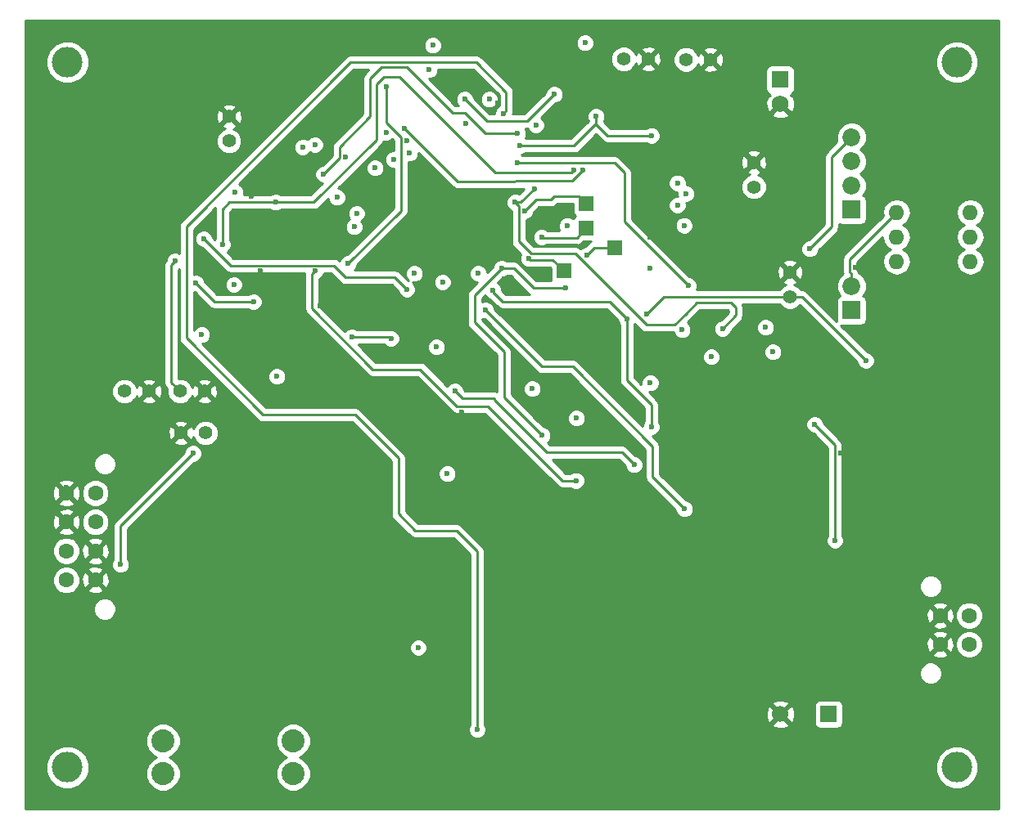
<source format=gbr>
G04 #@! TF.FileFunction,Copper,L4,Bot,Signal*
%FSLAX46Y46*%
G04 Gerber Fmt 4.6, Leading zero omitted, Abs format (unit mm)*
G04 Created by KiCad (PCBNEW (2016-05-27 BZR 6836, Git 4441a4b)-product) date 09/15/16 12:13:09*
%MOMM*%
%LPD*%
G01*
G04 APERTURE LIST*
%ADD10C,0.100000*%
%ADD11C,0.600000*%
%ADD12R,1.850000X1.850000*%
%ADD13C,1.850000*%
%ADD14C,3.175000*%
%ADD15C,2.387600*%
%ADD16C,1.700000*%
%ADD17R,1.700000X1.700000*%
%ADD18C,1.400000*%
%ADD19R,1.500000X1.500000*%
%ADD20R,1.750000X1.750000*%
%ADD21C,1.750000*%
%ADD22C,1.600000*%
%ADD23O,1.600000X1.600000*%
%ADD24C,0.250000*%
%ADD25C,0.254000*%
G04 APERTURE END LIST*
D10*
D11*
X168997000Y-82209000D03*
X173061000Y-77637000D03*
X171029000Y-75859000D03*
X131151000Y-85003000D03*
X131659000Y-85765000D03*
X150201000Y-100497000D03*
X153757000Y-95417000D03*
X147407000Y-95163000D03*
X97531000Y-108026000D03*
X97831000Y-73726000D03*
X98631000Y-98251000D03*
X117581000Y-67801000D03*
X125381000Y-82776000D03*
X152981000Y-75801000D03*
X146981000Y-83001000D03*
X143106000Y-89901000D03*
X124231000Y-85226000D03*
X97906000Y-85226000D03*
X104381000Y-68626000D03*
X102681000Y-78576000D03*
X103581000Y-93326000D03*
D12*
X178562000Y-82042000D03*
D13*
X178562000Y-79542000D03*
X178562000Y-77042000D03*
X178562000Y-74542000D03*
D11*
X164656000Y-72826000D03*
X164656000Y-71751000D03*
X164681000Y-70151000D03*
X164681000Y-69076000D03*
X186931000Y-103426000D03*
X183331000Y-103426000D03*
X186931000Y-104901000D03*
X185156000Y-101976000D03*
X183331000Y-104901000D03*
X164556000Y-82376000D03*
X147556000Y-67676000D03*
X127956000Y-70176000D03*
X126056000Y-69676000D03*
X123556000Y-91976000D03*
X117456000Y-88376000D03*
X117456000Y-86076000D03*
X114581000Y-94651000D03*
X112806000Y-94826000D03*
X122756000Y-96876000D03*
X125281000Y-98801000D03*
X127856000Y-98876000D03*
X131456000Y-97176000D03*
X138256000Y-102976000D03*
X140256000Y-103376000D03*
X140256000Y-104476000D03*
X133356000Y-102701000D03*
X135381000Y-102701000D03*
X134381000Y-102701000D03*
X97356000Y-110776000D03*
X95456000Y-109026000D03*
X95356000Y-112801000D03*
X100056000Y-123576000D03*
X100056000Y-130976000D03*
X100056000Y-128676000D03*
X100056000Y-126276000D03*
X116856000Y-82976000D03*
X117156000Y-84276000D03*
X122706000Y-107276000D03*
X115206000Y-131526000D03*
X111956000Y-131526000D03*
X115206000Y-129526000D03*
X112956000Y-131526000D03*
X114006000Y-131526000D03*
X115206000Y-130526000D03*
X159256000Y-75776000D03*
X158181000Y-75776000D03*
X160356000Y-82876000D03*
X159856000Y-84876000D03*
X158756000Y-84876000D03*
X157756000Y-84876000D03*
X176556000Y-89976000D03*
X178956000Y-87976000D03*
X177106000Y-88376000D03*
X169756000Y-72376000D03*
X172606000Y-72476000D03*
X171206000Y-72976000D03*
X169256000Y-71026000D03*
X173206000Y-71026000D03*
X168956000Y-101526000D03*
X167956000Y-100526000D03*
X168206000Y-102926000D03*
X165956000Y-100526000D03*
X167781000Y-106026000D03*
X180706000Y-105776000D03*
X179456000Y-104676000D03*
X178481000Y-104651000D03*
X177456000Y-104676000D03*
X173456000Y-104776000D03*
X172456000Y-104776000D03*
X171456000Y-104776000D03*
X170456000Y-104776000D03*
X169456000Y-104776000D03*
X168456000Y-104776000D03*
X168456000Y-107276000D03*
X169456000Y-107276000D03*
X170456000Y-107276000D03*
X171456000Y-107276000D03*
X172456000Y-107276000D03*
X173456000Y-107276000D03*
X175206000Y-107276000D03*
X177456000Y-107276000D03*
X178456000Y-107276000D03*
X179456000Y-107276000D03*
X169856000Y-132976000D03*
X172656000Y-132876000D03*
X172556000Y-135676000D03*
X169856000Y-135676000D03*
X171256000Y-136226000D03*
X171206000Y-132326000D03*
X169256000Y-134276000D03*
X173156000Y-134226000D03*
X172706000Y-125026000D03*
X171706000Y-125026000D03*
X170706000Y-125026000D03*
X169706000Y-125026000D03*
X168956000Y-124026000D03*
X168956000Y-123026000D03*
X169706000Y-122276000D03*
X170706000Y-122276000D03*
X171706000Y-122276000D03*
X172706000Y-122276000D03*
X135456000Y-120526000D03*
X136456000Y-120526000D03*
X137206000Y-116776000D03*
X137206000Y-119776000D03*
X137206000Y-118776000D03*
X137206000Y-117776000D03*
X112456000Y-109526000D03*
X112456000Y-108526000D03*
X113231000Y-107576000D03*
X114231000Y-107576000D03*
X115231000Y-107576000D03*
X116231000Y-107576000D03*
X117231000Y-107576000D03*
X118231000Y-107576000D03*
X119231000Y-107576000D03*
X119956000Y-108526000D03*
X119956000Y-109526000D03*
X134206000Y-130276000D03*
X134206000Y-131526000D03*
X134206000Y-132776000D03*
X134206000Y-134026000D03*
X133206000Y-134776000D03*
X131956000Y-134776000D03*
X130706000Y-134776000D03*
X129706000Y-134026000D03*
X129706000Y-132776000D03*
X129706000Y-131526000D03*
X129706000Y-130276000D03*
X122706000Y-130026000D03*
X122706000Y-131276000D03*
X122706000Y-132526000D03*
X122706000Y-133776000D03*
X118206000Y-133776000D03*
X118206000Y-132526000D03*
X118206000Y-131276000D03*
X118206000Y-130026000D03*
X122706000Y-109776000D03*
X122706000Y-108526000D03*
X122706000Y-106026000D03*
X123706000Y-105276000D03*
X124956000Y-105276000D03*
X126206000Y-105276000D03*
X127206000Y-106026000D03*
X127206000Y-107276000D03*
X127206000Y-108526000D03*
X127206000Y-109776000D03*
X119456000Y-90276000D03*
X117706000Y-90276000D03*
X116506000Y-80651000D03*
X116506000Y-78401000D03*
X116506000Y-79526000D03*
X116456000Y-74776000D03*
X116206000Y-73276000D03*
X116206000Y-71776000D03*
X117456000Y-71026000D03*
X118956000Y-71026000D03*
X120456000Y-70776000D03*
X94456000Y-143526000D03*
X96206000Y-143526000D03*
X98706000Y-143526000D03*
X101206000Y-143526000D03*
X103706000Y-143526000D03*
X106206000Y-143526000D03*
X108706000Y-143526000D03*
X111206000Y-143526000D03*
X113706000Y-143526000D03*
X116206000Y-143526000D03*
X118706000Y-143526000D03*
X121206000Y-143526000D03*
X123706000Y-143526000D03*
X126206000Y-143526000D03*
X128706000Y-143526000D03*
X131206000Y-143526000D03*
X133706000Y-143526000D03*
X136206000Y-143526000D03*
X138706000Y-143526000D03*
X141206000Y-143526000D03*
X143706000Y-143526000D03*
X146206000Y-143526000D03*
X93456000Y-142776000D03*
X93456000Y-140276000D03*
X93456000Y-137776000D03*
X93456000Y-135276000D03*
X93456000Y-132776000D03*
X93456000Y-130276000D03*
X93456000Y-127776000D03*
X93456000Y-125276000D03*
X93456000Y-122776000D03*
X93456000Y-120276000D03*
X93456000Y-117776000D03*
X93456000Y-115276000D03*
X93456000Y-112776000D03*
X93456000Y-110276000D03*
X93456000Y-107776000D03*
X93456000Y-105276000D03*
X93456000Y-102776000D03*
X93456000Y-100276000D03*
X93456000Y-97776000D03*
X93456000Y-95276000D03*
X93456000Y-92776000D03*
X93456000Y-90276000D03*
X93456000Y-87776000D03*
X93456000Y-85276000D03*
X93456000Y-82776000D03*
X93456000Y-80276000D03*
X93456000Y-77776000D03*
X93456000Y-75276000D03*
X93456000Y-72776000D03*
X93456000Y-70276000D03*
X93456000Y-67776000D03*
X93456000Y-65276000D03*
X93456000Y-62776000D03*
X95706000Y-62776000D03*
X98206000Y-62776000D03*
X100706000Y-62776000D03*
X103206000Y-62776000D03*
X105706000Y-62776000D03*
X108206000Y-62776000D03*
X110706000Y-62776000D03*
X113206000Y-62776000D03*
X115706000Y-62776000D03*
X118206000Y-62776000D03*
X120706000Y-62776000D03*
X123206000Y-62776000D03*
X125706000Y-62776000D03*
X128206000Y-62776000D03*
X130706000Y-62776000D03*
X133206000Y-62776000D03*
X135706000Y-62776000D03*
X138206000Y-62776000D03*
X140706000Y-62776000D03*
X143206000Y-62776000D03*
X145706000Y-62776000D03*
X148206000Y-62776000D03*
X150706000Y-62776000D03*
X153206000Y-62776000D03*
X155706000Y-62776000D03*
X158206000Y-62776000D03*
X160706000Y-62776000D03*
X163206000Y-62776000D03*
X165706000Y-62776000D03*
X168206000Y-62776000D03*
X170706000Y-62776000D03*
X173206000Y-62776000D03*
X175706000Y-62776000D03*
X178206000Y-62776000D03*
X180706000Y-62776000D03*
X183206000Y-62776000D03*
X185706000Y-62776000D03*
X188206000Y-62776000D03*
X190706000Y-62776000D03*
X193206000Y-63526000D03*
X193206000Y-66026000D03*
X193206000Y-68526000D03*
X193206000Y-71026000D03*
X193206000Y-73526000D03*
X193206000Y-76026000D03*
X193206000Y-78526000D03*
X193206000Y-81026000D03*
X193206000Y-83526000D03*
X193206000Y-86026000D03*
X193206000Y-88526000D03*
X193206000Y-91026000D03*
X193206000Y-93526000D03*
X193206000Y-96026000D03*
X193206000Y-98526000D03*
X193206000Y-101026000D03*
X193206000Y-103526000D03*
X193206000Y-106026000D03*
X193206000Y-108526000D03*
X193206000Y-111026000D03*
X193206000Y-113526000D03*
X193206000Y-116026000D03*
X193206000Y-118526000D03*
X193206000Y-121026000D03*
X193206000Y-123526000D03*
X193206000Y-126026000D03*
X193206000Y-128526000D03*
X193206000Y-131026000D03*
X193206000Y-133526000D03*
X193206000Y-136026000D03*
X193206000Y-138526000D03*
X193206000Y-141026000D03*
X193206000Y-143526000D03*
X191206000Y-143526000D03*
X188706000Y-143526000D03*
X186206000Y-143526000D03*
X183706000Y-143526000D03*
X181206000Y-143526000D03*
X178706000Y-143526000D03*
X176206000Y-143526000D03*
X173706000Y-143526000D03*
X171206000Y-143526000D03*
X168706000Y-143526000D03*
X166206000Y-143526000D03*
X163706000Y-143526000D03*
X158706000Y-143526000D03*
X161206000Y-143526000D03*
X156206000Y-143526000D03*
X153706000Y-143526000D03*
X151206000Y-143526000D03*
D14*
X189456000Y-139776000D03*
D15*
X107352000Y-140427000D03*
X120814000Y-140427000D03*
X120814000Y-137023400D03*
X107352000Y-137023400D03*
D16*
X171206000Y-134276000D03*
D17*
X176206000Y-134276000D03*
D18*
X109220000Y-105156000D03*
X111760000Y-105156000D03*
X114173000Y-74930000D03*
X114173000Y-72390000D03*
X103378000Y-100838000D03*
X105918000Y-100838000D03*
X109093000Y-100838000D03*
X111633000Y-100838000D03*
X161442400Y-66497200D03*
X163982400Y-66497200D03*
X154990800Y-66446400D03*
X157530800Y-66446400D03*
D19*
X151130000Y-81407000D03*
X151130000Y-83947000D03*
X154076400Y-86004400D03*
X148844000Y-88392000D03*
D18*
X168456000Y-79676000D03*
X168456000Y-77136000D03*
X172212000Y-91059000D03*
X172212000Y-88519000D03*
D20*
X171196000Y-68580000D03*
D21*
X171196000Y-71080000D03*
D12*
X178562000Y-92456000D03*
D13*
X178562000Y-89956000D03*
D14*
X97456000Y-139776000D03*
X97456000Y-66776000D03*
X189456000Y-66776000D03*
D11*
X148706000Y-143526000D03*
D22*
X97356000Y-120376000D03*
X97356000Y-117376000D03*
X97356000Y-114376000D03*
X97356000Y-111376000D03*
X100356000Y-120376000D03*
X100356000Y-117376000D03*
X100356000Y-114376000D03*
X100356000Y-111376000D03*
D23*
X190856000Y-87406000D03*
X190856000Y-84866000D03*
X190856000Y-82326000D03*
X183236000Y-82326000D03*
X183236000Y-84866000D03*
X183236000Y-87406000D03*
D22*
X190731000Y-124051000D03*
X190731000Y-127051000D03*
X187731000Y-124051000D03*
X187731000Y-127051000D03*
D11*
X175181000Y-95751000D03*
X174081000Y-95726000D03*
X109220000Y-128524000D03*
X107950000Y-117602000D03*
X109220000Y-117856000D03*
X141986000Y-70993000D03*
X137160000Y-96012000D03*
X138811000Y-94742000D03*
X138303000Y-90170000D03*
X126238000Y-76581000D03*
X138684000Y-73152000D03*
X113504487Y-85641332D03*
X160556000Y-79276000D03*
X133756000Y-127376000D03*
X108585000Y-87376000D03*
X149809200Y-77978000D03*
X118999000Y-81280000D03*
X145542000Y-100584000D03*
X129286000Y-77724000D03*
X135636000Y-96266000D03*
X144018000Y-74168000D03*
X123952000Y-78359000D03*
X134874000Y-67564000D03*
X145923000Y-73279000D03*
X126492000Y-87630000D03*
X130429000Y-69342000D03*
X146558000Y-105410000D03*
X148971000Y-90170000D03*
X142367000Y-88138000D03*
X157861000Y-104521000D03*
X141478000Y-90424000D03*
X155321000Y-93345000D03*
X157734000Y-88138000D03*
X139954000Y-88646000D03*
X126873000Y-95250000D03*
X130937000Y-95377000D03*
X136756000Y-109376000D03*
X161456000Y-80376000D03*
X141097000Y-70612000D03*
X133350000Y-88646000D03*
X121793000Y-75565000D03*
X125349000Y-80772000D03*
X132588000Y-74930000D03*
X151003000Y-64770000D03*
X145756000Y-79876000D03*
X164056000Y-97276000D03*
X160556000Y-81576000D03*
X143764000Y-81280000D03*
X165227000Y-94361000D03*
X149156000Y-83676000D03*
X174756000Y-104276000D03*
X176856000Y-116276000D03*
X157886400Y-74371200D03*
X152146000Y-72390000D03*
X144272000Y-75438000D03*
X150756000Y-77976000D03*
X132334000Y-73660000D03*
X102956000Y-118776000D03*
X110456000Y-107276000D03*
X142556000Y-72076000D03*
X139856000Y-135876000D03*
X123056000Y-88376009D03*
X150056000Y-110076000D03*
X150114000Y-103632000D03*
X136271000Y-89535000D03*
X140716000Y-92456000D03*
X161290000Y-113030000D03*
X156083000Y-108458000D03*
X137541000Y-100838000D03*
X157756000Y-99976000D03*
X111356000Y-94976000D03*
X123063000Y-75311000D03*
X161671000Y-89916000D03*
X144018000Y-77216000D03*
X127127000Y-83820000D03*
X130429000Y-74041000D03*
X114808000Y-80264000D03*
X114681000Y-89789000D03*
X119126000Y-99314000D03*
X131191000Y-76835000D03*
X135255000Y-65024000D03*
X116713000Y-91567000D03*
X110744000Y-89662000D03*
X145186400Y-87122000D03*
X151180800Y-86766400D03*
X146507200Y-84886800D03*
X144780000Y-82169000D03*
X161256000Y-83676000D03*
X161056000Y-94476000D03*
X180056000Y-97676000D03*
X157353000Y-92837000D03*
X169672000Y-94234000D03*
X170434000Y-96774000D03*
X127381000Y-82423000D03*
X147828000Y-70104000D03*
X138557000Y-70612000D03*
X132842000Y-76200000D03*
X174244000Y-86106000D03*
X111556000Y-85051000D03*
X132581000Y-90301000D03*
D24*
X113504487Y-85217068D02*
X113504487Y-85641332D01*
X118999000Y-81280000D02*
X114214772Y-81280000D01*
X114214772Y-81280000D02*
X113504487Y-81990285D01*
X113504487Y-81990285D02*
X113504487Y-85217068D01*
X108204000Y-99949000D02*
X109093000Y-100838000D01*
X108204000Y-87757000D02*
X108204000Y-99949000D01*
X108585000Y-87376000D02*
X108204000Y-87757000D01*
X129413000Y-74803000D02*
X122936000Y-81280000D01*
X149809200Y-77978000D02*
X149555200Y-78232000D01*
X149555200Y-78232000D02*
X146558000Y-78232000D01*
X122936000Y-81280000D02*
X118999000Y-81280000D01*
X146558000Y-78232000D02*
X141732000Y-78232000D01*
X141732000Y-78232000D02*
X131826000Y-68326000D01*
X131826000Y-68326000D02*
X130175000Y-68326000D01*
X130175000Y-68326000D02*
X129413000Y-69088000D01*
X129413000Y-69088000D02*
X129413000Y-74803000D01*
X140716000Y-74168000D02*
X144018000Y-74168000D01*
X138557000Y-72009000D02*
X140716000Y-74168000D01*
X137287000Y-72009000D02*
X138557000Y-72009000D01*
X132588000Y-67310000D02*
X137287000Y-72009000D01*
X129921000Y-67310000D02*
X132588000Y-67310000D01*
X128778000Y-68453000D02*
X129921000Y-67310000D01*
X128778000Y-72390000D02*
X128778000Y-68453000D01*
X125603000Y-75565000D02*
X128778000Y-72390000D01*
X125603000Y-76708000D02*
X125603000Y-75565000D01*
X123952000Y-78359000D02*
X125603000Y-76708000D01*
X131953000Y-82169000D02*
X126492000Y-87630000D01*
X131953000Y-74549000D02*
X131953000Y-82169000D01*
X130429000Y-73025000D02*
X131953000Y-74549000D01*
X130429000Y-69342000D02*
X130429000Y-73025000D01*
X142367000Y-88138000D02*
X143637000Y-88138000D01*
X145669000Y-90170000D02*
X148971000Y-90170000D01*
X143637000Y-88138000D02*
X145669000Y-90170000D01*
X142367000Y-88138000D02*
X139573000Y-90932000D01*
X142621000Y-101473000D02*
X146558000Y-105410000D01*
X142621000Y-96774000D02*
X142621000Y-101473000D01*
X139573000Y-93726000D02*
X142621000Y-96774000D01*
X139573000Y-90932000D02*
X139573000Y-93726000D01*
X148971000Y-90170000D02*
X148844000Y-90043000D01*
X155321000Y-93345000D02*
X155321000Y-99695000D01*
X157861000Y-102235000D02*
X157861000Y-104521000D01*
X155321000Y-99695000D02*
X157861000Y-102235000D01*
X141478000Y-90424000D02*
X141478000Y-90551000D01*
X153543000Y-91567000D02*
X155321000Y-93345000D01*
X142494000Y-91567000D02*
X153543000Y-91567000D01*
X141478000Y-90551000D02*
X142494000Y-91567000D01*
X130810000Y-95250000D02*
X126873000Y-95250000D01*
X130937000Y-95377000D02*
X130810000Y-95250000D01*
X143764000Y-81280000D02*
X144352000Y-81280000D01*
X144352000Y-81280000D02*
X145756000Y-79876000D01*
X161417000Y-92837000D02*
X162560000Y-91694000D01*
X143764000Y-81280000D02*
X144145000Y-81661000D01*
X144145000Y-81661000D02*
X144145000Y-85344000D01*
X144145000Y-85344000D02*
X145415000Y-86614000D01*
X145415000Y-86614000D02*
X149987000Y-86614000D01*
X149987000Y-86614000D02*
X156337000Y-92964000D01*
X156337000Y-92964000D02*
X157353000Y-93980000D01*
X157353000Y-93980000D02*
X160274000Y-93980000D01*
X160274000Y-93980000D02*
X161417000Y-92837000D01*
X166624000Y-92964000D02*
X165227000Y-94361000D01*
X166624000Y-92202000D02*
X166624000Y-92964000D01*
X166116000Y-91694000D02*
X166624000Y-92202000D01*
X162560000Y-91694000D02*
X166116000Y-91694000D01*
X176856000Y-106376000D02*
X176856000Y-116276000D01*
X174756000Y-104276000D02*
X176856000Y-106376000D01*
X152146000Y-72390000D02*
X152146000Y-73202800D01*
X153314400Y-74371200D02*
X157886400Y-74371200D01*
X152146000Y-73202800D02*
X153314400Y-74371200D01*
X152146000Y-73152000D02*
X152146000Y-72390000D01*
X149860000Y-75438000D02*
X152146000Y-73152000D01*
X144272000Y-75438000D02*
X149860000Y-75438000D01*
X152146000Y-72390000D02*
X152019000Y-72263000D01*
X149656352Y-79075648D02*
X149656352Y-79081348D01*
X150756000Y-77976000D02*
X149656352Y-79075648D01*
X137795000Y-79121000D02*
X149656352Y-79081348D01*
X132334000Y-73660000D02*
X137795000Y-79121000D01*
X102956000Y-114776000D02*
X102956000Y-118776000D01*
X110456000Y-107276000D02*
X102956000Y-114776000D01*
X109756000Y-94476000D02*
X109756000Y-95326000D01*
X142556000Y-72076000D02*
X142856000Y-71776000D01*
X142856000Y-71776000D02*
X142856000Y-69876000D01*
X142856000Y-69876000D02*
X139756000Y-66776000D01*
X139756000Y-66776000D02*
X126756000Y-66776000D01*
X126756000Y-66776000D02*
X109756000Y-83776000D01*
X109756000Y-83776000D02*
X109756000Y-94476000D01*
X139856000Y-124576000D02*
X139856000Y-135876000D01*
X139856000Y-117426000D02*
X139856000Y-124576000D01*
X137706000Y-115276000D02*
X139856000Y-117426000D01*
X133456000Y-115276000D02*
X137706000Y-115276000D01*
X131706000Y-113526000D02*
X133456000Y-115276000D01*
X131706000Y-107776000D02*
X131706000Y-113526000D01*
X127206000Y-103276000D02*
X131706000Y-107776000D01*
X117706000Y-103276000D02*
X127206000Y-103276000D01*
X109756000Y-95326000D02*
X117706000Y-103276000D01*
X122756001Y-92276001D02*
X122756001Y-88676008D01*
X129056000Y-98576000D02*
X122756001Y-92276001D01*
X148656000Y-110076000D02*
X140956000Y-102376000D01*
X133956000Y-98576000D02*
X129056000Y-98576000D01*
X137756000Y-102376000D02*
X133956000Y-98576000D01*
X150056000Y-110076000D02*
X148656000Y-110076000D01*
X140956000Y-102376000D02*
X137756000Y-102376000D01*
X122756001Y-88676008D02*
X123056000Y-88376009D01*
X146558000Y-98298000D02*
X140716000Y-92456000D01*
X149733000Y-98298000D02*
X146558000Y-98298000D01*
X157988000Y-106553000D02*
X149733000Y-98298000D01*
X157988000Y-109728000D02*
X157988000Y-106553000D01*
X161290000Y-113030000D02*
X157988000Y-109728000D01*
X141605000Y-101600000D02*
X141605000Y-101727000D01*
X138303000Y-101600000D02*
X141605000Y-101600000D01*
X137541000Y-100838000D02*
X138303000Y-101600000D01*
X154813000Y-107188000D02*
X156083000Y-108458000D01*
X147066000Y-107188000D02*
X154813000Y-107188000D01*
X141605000Y-101727000D02*
X147066000Y-107188000D01*
X161671000Y-89916000D02*
X155067000Y-83312000D01*
X155067000Y-83312000D02*
X155067000Y-78232000D01*
X155067000Y-78232000D02*
X154051000Y-77216000D01*
X154051000Y-77216000D02*
X144018000Y-77216000D01*
X112649000Y-91567000D02*
X116713000Y-91567000D01*
X110744000Y-89662000D02*
X112649000Y-91567000D01*
X147675600Y-87223600D02*
X148844000Y-88392000D01*
X145288000Y-87223600D02*
X147675600Y-87223600D01*
X145186400Y-87122000D02*
X145288000Y-87223600D01*
X151180800Y-86766400D02*
X151942800Y-86004400D01*
X154076400Y-86004400D02*
X151942800Y-86004400D01*
X146545300Y-84924900D02*
X150152100Y-84924900D01*
X146507200Y-84886800D02*
X146545300Y-84924900D01*
X150139400Y-84937600D02*
X150152100Y-84924900D01*
X150152100Y-84924900D02*
X151130000Y-83947000D01*
X150368000Y-80645000D02*
X151130000Y-81407000D01*
X147828000Y-80645000D02*
X150368000Y-80645000D01*
X147447000Y-81026000D02*
X147828000Y-80645000D01*
X145923000Y-81026000D02*
X147447000Y-81026000D01*
X144780000Y-82169000D02*
X145923000Y-81026000D01*
X172212000Y-91059000D02*
X173439000Y-91059000D01*
X173439000Y-91059000D02*
X180056000Y-97676000D01*
X159131000Y-91059000D02*
X172212000Y-91059000D01*
X157353000Y-92837000D02*
X159131000Y-91059000D01*
X140843000Y-72898000D02*
X138557000Y-70612000D01*
X145034000Y-72898000D02*
X140843000Y-72898000D01*
X147828000Y-70104000D02*
X145034000Y-72898000D01*
X176530000Y-76574000D02*
X178562000Y-74542000D01*
X176530000Y-83820000D02*
X176530000Y-76574000D01*
X174244000Y-86106000D02*
X176530000Y-83820000D01*
X183236000Y-82326000D02*
X178407199Y-87154801D01*
X178407199Y-87154801D02*
X178407199Y-88493052D01*
X178407199Y-88493052D02*
X178562000Y-88647853D01*
X178562000Y-88647853D02*
X178562000Y-89956000D01*
X114332199Y-87827199D02*
X111556000Y-85051000D01*
X126256000Y-89051000D02*
X125032199Y-87827199D01*
X125032199Y-87827199D02*
X114332199Y-87827199D01*
X131331000Y-89051000D02*
X126256000Y-89051000D01*
X132581000Y-90301000D02*
X131331000Y-89051000D01*
D25*
G36*
X193771000Y-144091000D02*
X93141000Y-144091000D01*
X93141000Y-140216143D01*
X95233115Y-140216143D01*
X95570758Y-141033300D01*
X96195411Y-141659045D01*
X97011978Y-141998113D01*
X97896143Y-141998885D01*
X98713300Y-141661242D01*
X99339045Y-141036589D01*
X99678113Y-140220022D01*
X99678885Y-139335857D01*
X99341242Y-138518700D01*
X98716589Y-137892955D01*
X97900022Y-137553887D01*
X97015857Y-137553115D01*
X96198700Y-137890758D01*
X95572955Y-138515411D01*
X95233887Y-139331978D01*
X95233115Y-140216143D01*
X93141000Y-140216143D01*
X93141000Y-137385575D01*
X105522884Y-137385575D01*
X105800715Y-138057978D01*
X106314716Y-138572877D01*
X106681623Y-138725230D01*
X106317422Y-138875715D01*
X105802523Y-139389716D01*
X105523518Y-140061633D01*
X105522884Y-140789175D01*
X105800715Y-141461578D01*
X106314716Y-141976477D01*
X106986633Y-142255482D01*
X107714175Y-142256116D01*
X108386578Y-141978285D01*
X108901477Y-141464284D01*
X109180482Y-140792367D01*
X109181116Y-140064825D01*
X108903285Y-139392422D01*
X108389284Y-138877523D01*
X108022377Y-138725170D01*
X108386578Y-138574685D01*
X108901477Y-138060684D01*
X109180482Y-137388767D01*
X109180484Y-137385575D01*
X118984884Y-137385575D01*
X119262715Y-138057978D01*
X119776716Y-138572877D01*
X120143623Y-138725230D01*
X119779422Y-138875715D01*
X119264523Y-139389716D01*
X118985518Y-140061633D01*
X118984884Y-140789175D01*
X119262715Y-141461578D01*
X119776716Y-141976477D01*
X120448633Y-142255482D01*
X121176175Y-142256116D01*
X121848578Y-141978285D01*
X122363477Y-141464284D01*
X122642482Y-140792367D01*
X122642984Y-140216143D01*
X187233115Y-140216143D01*
X187570758Y-141033300D01*
X188195411Y-141659045D01*
X189011978Y-141998113D01*
X189896143Y-141998885D01*
X190713300Y-141661242D01*
X191339045Y-141036589D01*
X191678113Y-140220022D01*
X191678885Y-139335857D01*
X191341242Y-138518700D01*
X190716589Y-137892955D01*
X189900022Y-137553887D01*
X189015857Y-137553115D01*
X188198700Y-137890758D01*
X187572955Y-138515411D01*
X187233887Y-139331978D01*
X187233115Y-140216143D01*
X122642984Y-140216143D01*
X122643116Y-140064825D01*
X122365285Y-139392422D01*
X121851284Y-138877523D01*
X121484377Y-138725170D01*
X121848578Y-138574685D01*
X122363477Y-138060684D01*
X122642482Y-137388767D01*
X122643116Y-136661225D01*
X122365285Y-135988822D01*
X121851284Y-135473923D01*
X121179367Y-135194918D01*
X120451825Y-135194284D01*
X119779422Y-135472115D01*
X119264523Y-135986116D01*
X118985518Y-136658033D01*
X118984884Y-137385575D01*
X109180484Y-137385575D01*
X109181116Y-136661225D01*
X108903285Y-135988822D01*
X108389284Y-135473923D01*
X107717367Y-135194918D01*
X106989825Y-135194284D01*
X106317422Y-135472115D01*
X105802523Y-135986116D01*
X105523518Y-136658033D01*
X105522884Y-137385575D01*
X93141000Y-137385575D01*
X93141000Y-127561167D01*
X132820838Y-127561167D01*
X132962883Y-127904943D01*
X133225673Y-128168192D01*
X133569201Y-128310838D01*
X133941167Y-128311162D01*
X134284943Y-128169117D01*
X134548192Y-127906327D01*
X134690838Y-127562799D01*
X134691162Y-127190833D01*
X134549117Y-126847057D01*
X134286327Y-126583808D01*
X133942799Y-126441162D01*
X133570833Y-126440838D01*
X133227057Y-126582883D01*
X132963808Y-126845673D01*
X132821162Y-127189201D01*
X132820838Y-127561167D01*
X93141000Y-127561167D01*
X93141000Y-123610677D01*
X100110794Y-123610677D01*
X100290820Y-124046372D01*
X100623875Y-124380009D01*
X101059255Y-124560794D01*
X101530677Y-124561206D01*
X101966372Y-124381180D01*
X102300009Y-124048125D01*
X102480794Y-123612745D01*
X102481206Y-123141323D01*
X102301180Y-122705628D01*
X101968125Y-122371991D01*
X101532745Y-122191206D01*
X101061323Y-122190794D01*
X100625628Y-122370820D01*
X100291991Y-122703875D01*
X100111206Y-123139255D01*
X100110794Y-123610677D01*
X93141000Y-123610677D01*
X93141000Y-120660187D01*
X95920752Y-120660187D01*
X96138757Y-121187800D01*
X96542077Y-121591824D01*
X97069309Y-121810750D01*
X97640187Y-121811248D01*
X98167800Y-121593243D01*
X98377663Y-121383745D01*
X99527861Y-121383745D01*
X99601995Y-121629864D01*
X100139223Y-121822965D01*
X100709454Y-121795778D01*
X101110005Y-121629864D01*
X101184139Y-121383745D01*
X100356000Y-120555605D01*
X99527861Y-121383745D01*
X98377663Y-121383745D01*
X98571824Y-121189923D01*
X98790750Y-120662691D01*
X98791189Y-120159223D01*
X98909035Y-120159223D01*
X98936222Y-120729454D01*
X99102136Y-121130005D01*
X99348255Y-121204139D01*
X100176395Y-120376000D01*
X100535605Y-120376000D01*
X101363745Y-121204139D01*
X101609864Y-121130005D01*
X101802965Y-120592777D01*
X101775778Y-120022546D01*
X101609864Y-119621995D01*
X101363745Y-119547861D01*
X100535605Y-120376000D01*
X100176395Y-120376000D01*
X99348255Y-119547861D01*
X99102136Y-119621995D01*
X98909035Y-120159223D01*
X98791189Y-120159223D01*
X98791248Y-120091813D01*
X98573243Y-119564200D01*
X98377640Y-119368255D01*
X99527861Y-119368255D01*
X100356000Y-120196395D01*
X101184139Y-119368255D01*
X101110005Y-119122136D01*
X100662172Y-118961167D01*
X102020838Y-118961167D01*
X102162883Y-119304943D01*
X102425673Y-119568192D01*
X102769201Y-119710838D01*
X103141167Y-119711162D01*
X103484943Y-119569117D01*
X103748192Y-119306327D01*
X103890838Y-118962799D01*
X103891162Y-118590833D01*
X103749117Y-118247057D01*
X103716000Y-118213882D01*
X103716000Y-115090802D01*
X110595680Y-108211122D01*
X110641167Y-108211162D01*
X110984943Y-108069117D01*
X111248192Y-107806327D01*
X111390838Y-107462799D01*
X111391162Y-107090833D01*
X111249117Y-106747057D01*
X110986327Y-106483808D01*
X110642799Y-106341162D01*
X110270833Y-106340838D01*
X109927057Y-106482883D01*
X109663808Y-106745673D01*
X109521162Y-107089201D01*
X109521121Y-107136077D01*
X102418599Y-114238599D01*
X102253852Y-114485161D01*
X102196000Y-114776000D01*
X102196000Y-118213537D01*
X102163808Y-118245673D01*
X102021162Y-118589201D01*
X102020838Y-118961167D01*
X100662172Y-118961167D01*
X100572777Y-118929035D01*
X100002546Y-118956222D01*
X99601995Y-119122136D01*
X99527861Y-119368255D01*
X98377640Y-119368255D01*
X98169923Y-119160176D01*
X97642691Y-118941250D01*
X97071813Y-118940752D01*
X96544200Y-119158757D01*
X96140176Y-119562077D01*
X95921250Y-120089309D01*
X95920752Y-120660187D01*
X93141000Y-120660187D01*
X93141000Y-117660187D01*
X95920752Y-117660187D01*
X96138757Y-118187800D01*
X96542077Y-118591824D01*
X97069309Y-118810750D01*
X97640187Y-118811248D01*
X98167800Y-118593243D01*
X98377663Y-118383745D01*
X99527861Y-118383745D01*
X99601995Y-118629864D01*
X100139223Y-118822965D01*
X100709454Y-118795778D01*
X101110005Y-118629864D01*
X101184139Y-118383745D01*
X100356000Y-117555605D01*
X99527861Y-118383745D01*
X98377663Y-118383745D01*
X98571824Y-118189923D01*
X98790750Y-117662691D01*
X98791189Y-117159223D01*
X98909035Y-117159223D01*
X98936222Y-117729454D01*
X99102136Y-118130005D01*
X99348255Y-118204139D01*
X100176395Y-117376000D01*
X100535605Y-117376000D01*
X101363745Y-118204139D01*
X101609864Y-118130005D01*
X101802965Y-117592777D01*
X101775778Y-117022546D01*
X101609864Y-116621995D01*
X101363745Y-116547861D01*
X100535605Y-117376000D01*
X100176395Y-117376000D01*
X99348255Y-116547861D01*
X99102136Y-116621995D01*
X98909035Y-117159223D01*
X98791189Y-117159223D01*
X98791248Y-117091813D01*
X98573243Y-116564200D01*
X98377640Y-116368255D01*
X99527861Y-116368255D01*
X100356000Y-117196395D01*
X101184139Y-116368255D01*
X101110005Y-116122136D01*
X100572777Y-115929035D01*
X100002546Y-115956222D01*
X99601995Y-116122136D01*
X99527861Y-116368255D01*
X98377640Y-116368255D01*
X98169923Y-116160176D01*
X97642691Y-115941250D01*
X97071813Y-115940752D01*
X96544200Y-116158757D01*
X96140176Y-116562077D01*
X95921250Y-117089309D01*
X95920752Y-117660187D01*
X93141000Y-117660187D01*
X93141000Y-115383745D01*
X96527861Y-115383745D01*
X96601995Y-115629864D01*
X97139223Y-115822965D01*
X97709454Y-115795778D01*
X98110005Y-115629864D01*
X98184139Y-115383745D01*
X97356000Y-114555605D01*
X96527861Y-115383745D01*
X93141000Y-115383745D01*
X93141000Y-114159223D01*
X95909035Y-114159223D01*
X95936222Y-114729454D01*
X96102136Y-115130005D01*
X96348255Y-115204139D01*
X97176395Y-114376000D01*
X97535605Y-114376000D01*
X98363745Y-115204139D01*
X98609864Y-115130005D01*
X98778735Y-114660187D01*
X98920752Y-114660187D01*
X99138757Y-115187800D01*
X99542077Y-115591824D01*
X100069309Y-115810750D01*
X100640187Y-115811248D01*
X101167800Y-115593243D01*
X101571824Y-115189923D01*
X101790750Y-114662691D01*
X101791248Y-114091813D01*
X101573243Y-113564200D01*
X101169923Y-113160176D01*
X100642691Y-112941250D01*
X100071813Y-112940752D01*
X99544200Y-113158757D01*
X99140176Y-113562077D01*
X98921250Y-114089309D01*
X98920752Y-114660187D01*
X98778735Y-114660187D01*
X98802965Y-114592777D01*
X98775778Y-114022546D01*
X98609864Y-113621995D01*
X98363745Y-113547861D01*
X97535605Y-114376000D01*
X97176395Y-114376000D01*
X96348255Y-113547861D01*
X96102136Y-113621995D01*
X95909035Y-114159223D01*
X93141000Y-114159223D01*
X93141000Y-113368255D01*
X96527861Y-113368255D01*
X97356000Y-114196395D01*
X98184139Y-113368255D01*
X98110005Y-113122136D01*
X97572777Y-112929035D01*
X97002546Y-112956222D01*
X96601995Y-113122136D01*
X96527861Y-113368255D01*
X93141000Y-113368255D01*
X93141000Y-112383745D01*
X96527861Y-112383745D01*
X96601995Y-112629864D01*
X97139223Y-112822965D01*
X97709454Y-112795778D01*
X98110005Y-112629864D01*
X98184139Y-112383745D01*
X97356000Y-111555605D01*
X96527861Y-112383745D01*
X93141000Y-112383745D01*
X93141000Y-111159223D01*
X95909035Y-111159223D01*
X95936222Y-111729454D01*
X96102136Y-112130005D01*
X96348255Y-112204139D01*
X97176395Y-111376000D01*
X97535605Y-111376000D01*
X98363745Y-112204139D01*
X98609864Y-112130005D01*
X98778735Y-111660187D01*
X98920752Y-111660187D01*
X99138757Y-112187800D01*
X99542077Y-112591824D01*
X100069309Y-112810750D01*
X100640187Y-112811248D01*
X101167800Y-112593243D01*
X101571824Y-112189923D01*
X101790750Y-111662691D01*
X101791248Y-111091813D01*
X101573243Y-110564200D01*
X101169923Y-110160176D01*
X100642691Y-109941250D01*
X100071813Y-109940752D01*
X99544200Y-110158757D01*
X99140176Y-110562077D01*
X98921250Y-111089309D01*
X98920752Y-111660187D01*
X98778735Y-111660187D01*
X98802965Y-111592777D01*
X98775778Y-111022546D01*
X98609864Y-110621995D01*
X98363745Y-110547861D01*
X97535605Y-111376000D01*
X97176395Y-111376000D01*
X96348255Y-110547861D01*
X96102136Y-110621995D01*
X95909035Y-111159223D01*
X93141000Y-111159223D01*
X93141000Y-110368255D01*
X96527861Y-110368255D01*
X97356000Y-111196395D01*
X98184139Y-110368255D01*
X98110005Y-110122136D01*
X97572777Y-109929035D01*
X97002546Y-109956222D01*
X96601995Y-110122136D01*
X96527861Y-110368255D01*
X93141000Y-110368255D01*
X93141000Y-108610677D01*
X100170794Y-108610677D01*
X100350820Y-109046372D01*
X100683875Y-109380009D01*
X101119255Y-109560794D01*
X101590677Y-109561206D01*
X102026372Y-109381180D01*
X102360009Y-109048125D01*
X102540794Y-108612745D01*
X102541206Y-108141323D01*
X102361180Y-107705628D01*
X102028125Y-107371991D01*
X101592745Y-107191206D01*
X101121323Y-107190794D01*
X100685628Y-107370820D01*
X100351991Y-107703875D01*
X100171206Y-108139255D01*
X100170794Y-108610677D01*
X93141000Y-108610677D01*
X93141000Y-106091275D01*
X108464331Y-106091275D01*
X108526169Y-106327042D01*
X109027122Y-106503419D01*
X109557440Y-106474664D01*
X109913831Y-106327042D01*
X109975669Y-106091275D01*
X109220000Y-105335605D01*
X108464331Y-106091275D01*
X93141000Y-106091275D01*
X93141000Y-104963122D01*
X107872581Y-104963122D01*
X107901336Y-105493440D01*
X108048958Y-105849831D01*
X108284725Y-105911669D01*
X109040395Y-105156000D01*
X109399605Y-105156000D01*
X110155275Y-105911669D01*
X110391042Y-105849831D01*
X110488196Y-105573889D01*
X110627582Y-105911229D01*
X111002796Y-106287098D01*
X111493287Y-106490768D01*
X112024383Y-106491231D01*
X112515229Y-106288418D01*
X112891098Y-105913204D01*
X113094768Y-105422713D01*
X113095231Y-104891617D01*
X112892418Y-104400771D01*
X112517204Y-104024902D01*
X112026713Y-103821232D01*
X111495617Y-103820769D01*
X111004771Y-104023582D01*
X110628902Y-104398796D01*
X110496684Y-104717212D01*
X110391042Y-104462169D01*
X110155275Y-104400331D01*
X109399605Y-105156000D01*
X109040395Y-105156000D01*
X108284725Y-104400331D01*
X108048958Y-104462169D01*
X107872581Y-104963122D01*
X93141000Y-104963122D01*
X93141000Y-104220725D01*
X108464331Y-104220725D01*
X109220000Y-104976395D01*
X109975669Y-104220725D01*
X109913831Y-103984958D01*
X109412878Y-103808581D01*
X108882560Y-103837336D01*
X108526169Y-103984958D01*
X108464331Y-104220725D01*
X93141000Y-104220725D01*
X93141000Y-101102383D01*
X102042769Y-101102383D01*
X102245582Y-101593229D01*
X102620796Y-101969098D01*
X103111287Y-102172768D01*
X103642383Y-102173231D01*
X104133229Y-101970418D01*
X104330716Y-101773275D01*
X105162331Y-101773275D01*
X105224169Y-102009042D01*
X105725122Y-102185419D01*
X106255440Y-102156664D01*
X106611831Y-102009042D01*
X106673669Y-101773275D01*
X105918000Y-101017605D01*
X105162331Y-101773275D01*
X104330716Y-101773275D01*
X104509098Y-101595204D01*
X104641316Y-101276788D01*
X104746958Y-101531831D01*
X104982725Y-101593669D01*
X105738395Y-100838000D01*
X106097605Y-100838000D01*
X106853275Y-101593669D01*
X107089042Y-101531831D01*
X107265419Y-101030878D01*
X107236664Y-100500560D01*
X107089042Y-100144169D01*
X106853275Y-100082331D01*
X106097605Y-100838000D01*
X105738395Y-100838000D01*
X104982725Y-100082331D01*
X104746958Y-100144169D01*
X104649804Y-100420111D01*
X104510418Y-100082771D01*
X104330686Y-99902725D01*
X105162331Y-99902725D01*
X105918000Y-100658395D01*
X106673669Y-99902725D01*
X106611831Y-99666958D01*
X106110878Y-99490581D01*
X105580560Y-99519336D01*
X105224169Y-99666958D01*
X105162331Y-99902725D01*
X104330686Y-99902725D01*
X104135204Y-99706902D01*
X103644713Y-99503232D01*
X103113617Y-99502769D01*
X102622771Y-99705582D01*
X102246902Y-100080796D01*
X102043232Y-100571287D01*
X102042769Y-101102383D01*
X93141000Y-101102383D01*
X93141000Y-87757000D01*
X107444000Y-87757000D01*
X107444000Y-99949000D01*
X107501852Y-100239839D01*
X107666599Y-100486401D01*
X107758226Y-100578028D01*
X107757769Y-101102383D01*
X107960582Y-101593229D01*
X108335796Y-101969098D01*
X108826287Y-102172768D01*
X109357383Y-102173231D01*
X109848229Y-101970418D01*
X110045716Y-101773275D01*
X110877331Y-101773275D01*
X110939169Y-102009042D01*
X111440122Y-102185419D01*
X111970440Y-102156664D01*
X112326831Y-102009042D01*
X112388669Y-101773275D01*
X111633000Y-101017605D01*
X110877331Y-101773275D01*
X110045716Y-101773275D01*
X110224098Y-101595204D01*
X110356316Y-101276788D01*
X110461958Y-101531831D01*
X110697725Y-101593669D01*
X111453395Y-100838000D01*
X111812605Y-100838000D01*
X112568275Y-101593669D01*
X112804042Y-101531831D01*
X112980419Y-101030878D01*
X112951664Y-100500560D01*
X112804042Y-100144169D01*
X112568275Y-100082331D01*
X111812605Y-100838000D01*
X111453395Y-100838000D01*
X110697725Y-100082331D01*
X110461958Y-100144169D01*
X110364804Y-100420111D01*
X110225418Y-100082771D01*
X110045686Y-99902725D01*
X110877331Y-99902725D01*
X111633000Y-100658395D01*
X112388669Y-99902725D01*
X112326831Y-99666958D01*
X111825878Y-99490581D01*
X111295560Y-99519336D01*
X110939169Y-99666958D01*
X110877331Y-99902725D01*
X110045686Y-99902725D01*
X109850204Y-99706902D01*
X109359713Y-99503232D01*
X108964000Y-99502887D01*
X108964000Y-88231072D01*
X108996000Y-88217850D01*
X108996000Y-95326000D01*
X109053852Y-95616839D01*
X109218599Y-95863401D01*
X117168599Y-103813401D01*
X117415161Y-103978148D01*
X117706000Y-104036000D01*
X126891198Y-104036000D01*
X130946000Y-108090802D01*
X130946000Y-113526000D01*
X131003852Y-113816839D01*
X131168599Y-114063401D01*
X132918599Y-115813401D01*
X133165161Y-115978148D01*
X133456000Y-116036000D01*
X137391198Y-116036000D01*
X139096000Y-117740802D01*
X139096000Y-135313537D01*
X139063808Y-135345673D01*
X138921162Y-135689201D01*
X138920838Y-136061167D01*
X139062883Y-136404943D01*
X139325673Y-136668192D01*
X139669201Y-136810838D01*
X140041167Y-136811162D01*
X140384943Y-136669117D01*
X140648192Y-136406327D01*
X140790838Y-136062799D01*
X140791162Y-135690833D01*
X140649117Y-135347057D01*
X140622066Y-135319958D01*
X170341647Y-135319958D01*
X170421920Y-135571259D01*
X170977279Y-135772718D01*
X171567458Y-135746315D01*
X171990080Y-135571259D01*
X172070353Y-135319958D01*
X171206000Y-134455605D01*
X170341647Y-135319958D01*
X140622066Y-135319958D01*
X140616000Y-135313882D01*
X140616000Y-134047279D01*
X169709282Y-134047279D01*
X169735685Y-134637458D01*
X169910741Y-135060080D01*
X170162042Y-135140353D01*
X171026395Y-134276000D01*
X171385605Y-134276000D01*
X172249958Y-135140353D01*
X172501259Y-135060080D01*
X172702718Y-134504721D01*
X172676315Y-133914542D01*
X172501259Y-133491920D01*
X172294892Y-133426000D01*
X174708560Y-133426000D01*
X174708560Y-135126000D01*
X174757843Y-135373765D01*
X174898191Y-135583809D01*
X175108235Y-135724157D01*
X175356000Y-135773440D01*
X177056000Y-135773440D01*
X177303765Y-135724157D01*
X177513809Y-135583809D01*
X177654157Y-135373765D01*
X177703440Y-135126000D01*
X177703440Y-133426000D01*
X177654157Y-133178235D01*
X177513809Y-132968191D01*
X177303765Y-132827843D01*
X177056000Y-132778560D01*
X175356000Y-132778560D01*
X175108235Y-132827843D01*
X174898191Y-132968191D01*
X174757843Y-133178235D01*
X174708560Y-133426000D01*
X172294892Y-133426000D01*
X172249958Y-133411647D01*
X171385605Y-134276000D01*
X171026395Y-134276000D01*
X170162042Y-133411647D01*
X169910741Y-133491920D01*
X169709282Y-134047279D01*
X140616000Y-134047279D01*
X140616000Y-133232042D01*
X170341647Y-133232042D01*
X171206000Y-134096395D01*
X172070353Y-133232042D01*
X171990080Y-132980741D01*
X171434721Y-132779282D01*
X170844542Y-132805685D01*
X170421920Y-132980741D01*
X170341647Y-133232042D01*
X140616000Y-133232042D01*
X140616000Y-130285677D01*
X185545794Y-130285677D01*
X185725820Y-130721372D01*
X186058875Y-131055009D01*
X186494255Y-131235794D01*
X186965677Y-131236206D01*
X187401372Y-131056180D01*
X187735009Y-130723125D01*
X187915794Y-130287745D01*
X187916206Y-129816323D01*
X187736180Y-129380628D01*
X187403125Y-129046991D01*
X186967745Y-128866206D01*
X186496323Y-128865794D01*
X186060628Y-129045820D01*
X185726991Y-129378875D01*
X185546206Y-129814255D01*
X185545794Y-130285677D01*
X140616000Y-130285677D01*
X140616000Y-128058745D01*
X186902861Y-128058745D01*
X186976995Y-128304864D01*
X187514223Y-128497965D01*
X188084454Y-128470778D01*
X188485005Y-128304864D01*
X188559139Y-128058745D01*
X187731000Y-127230605D01*
X186902861Y-128058745D01*
X140616000Y-128058745D01*
X140616000Y-126834223D01*
X186284035Y-126834223D01*
X186311222Y-127404454D01*
X186477136Y-127805005D01*
X186723255Y-127879139D01*
X187551395Y-127051000D01*
X187910605Y-127051000D01*
X188738745Y-127879139D01*
X188984864Y-127805005D01*
X189153735Y-127335187D01*
X189295752Y-127335187D01*
X189513757Y-127862800D01*
X189917077Y-128266824D01*
X190444309Y-128485750D01*
X191015187Y-128486248D01*
X191542800Y-128268243D01*
X191946824Y-127864923D01*
X192165750Y-127337691D01*
X192166248Y-126766813D01*
X191948243Y-126239200D01*
X191544923Y-125835176D01*
X191017691Y-125616250D01*
X190446813Y-125615752D01*
X189919200Y-125833757D01*
X189515176Y-126237077D01*
X189296250Y-126764309D01*
X189295752Y-127335187D01*
X189153735Y-127335187D01*
X189177965Y-127267777D01*
X189150778Y-126697546D01*
X188984864Y-126296995D01*
X188738745Y-126222861D01*
X187910605Y-127051000D01*
X187551395Y-127051000D01*
X186723255Y-126222861D01*
X186477136Y-126296995D01*
X186284035Y-126834223D01*
X140616000Y-126834223D01*
X140616000Y-126043255D01*
X186902861Y-126043255D01*
X187731000Y-126871395D01*
X188559139Y-126043255D01*
X188485005Y-125797136D01*
X187947777Y-125604035D01*
X187377546Y-125631222D01*
X186976995Y-125797136D01*
X186902861Y-126043255D01*
X140616000Y-126043255D01*
X140616000Y-125058745D01*
X186902861Y-125058745D01*
X186976995Y-125304864D01*
X187514223Y-125497965D01*
X188084454Y-125470778D01*
X188485005Y-125304864D01*
X188559139Y-125058745D01*
X187731000Y-124230605D01*
X186902861Y-125058745D01*
X140616000Y-125058745D01*
X140616000Y-123834223D01*
X186284035Y-123834223D01*
X186311222Y-124404454D01*
X186477136Y-124805005D01*
X186723255Y-124879139D01*
X187551395Y-124051000D01*
X187910605Y-124051000D01*
X188738745Y-124879139D01*
X188984864Y-124805005D01*
X189153735Y-124335187D01*
X189295752Y-124335187D01*
X189513757Y-124862800D01*
X189917077Y-125266824D01*
X190444309Y-125485750D01*
X191015187Y-125486248D01*
X191542800Y-125268243D01*
X191946824Y-124864923D01*
X192165750Y-124337691D01*
X192166248Y-123766813D01*
X191948243Y-123239200D01*
X191544923Y-122835176D01*
X191017691Y-122616250D01*
X190446813Y-122615752D01*
X189919200Y-122833757D01*
X189515176Y-123237077D01*
X189296250Y-123764309D01*
X189295752Y-124335187D01*
X189153735Y-124335187D01*
X189177965Y-124267777D01*
X189150778Y-123697546D01*
X188984864Y-123296995D01*
X188738745Y-123222861D01*
X187910605Y-124051000D01*
X187551395Y-124051000D01*
X186723255Y-123222861D01*
X186477136Y-123296995D01*
X186284035Y-123834223D01*
X140616000Y-123834223D01*
X140616000Y-123043255D01*
X186902861Y-123043255D01*
X187731000Y-123871395D01*
X188559139Y-123043255D01*
X188485005Y-122797136D01*
X187947777Y-122604035D01*
X187377546Y-122631222D01*
X186976995Y-122797136D01*
X186902861Y-123043255D01*
X140616000Y-123043255D01*
X140616000Y-121285677D01*
X185605794Y-121285677D01*
X185785820Y-121721372D01*
X186118875Y-122055009D01*
X186554255Y-122235794D01*
X187025677Y-122236206D01*
X187461372Y-122056180D01*
X187795009Y-121723125D01*
X187975794Y-121287745D01*
X187976206Y-120816323D01*
X187796180Y-120380628D01*
X187463125Y-120046991D01*
X187027745Y-119866206D01*
X186556323Y-119865794D01*
X186120628Y-120045820D01*
X185786991Y-120378875D01*
X185606206Y-120814255D01*
X185605794Y-121285677D01*
X140616000Y-121285677D01*
X140616000Y-117426000D01*
X140558148Y-117135161D01*
X140393401Y-116888599D01*
X138243401Y-114738599D01*
X137996839Y-114573852D01*
X137706000Y-114516000D01*
X133770802Y-114516000D01*
X132466000Y-113211198D01*
X132466000Y-109561167D01*
X135820838Y-109561167D01*
X135962883Y-109904943D01*
X136225673Y-110168192D01*
X136569201Y-110310838D01*
X136941167Y-110311162D01*
X137284943Y-110169117D01*
X137548192Y-109906327D01*
X137690838Y-109562799D01*
X137691162Y-109190833D01*
X137549117Y-108847057D01*
X137286327Y-108583808D01*
X136942799Y-108441162D01*
X136570833Y-108440838D01*
X136227057Y-108582883D01*
X135963808Y-108845673D01*
X135821162Y-109189201D01*
X135820838Y-109561167D01*
X132466000Y-109561167D01*
X132466000Y-107776000D01*
X132408148Y-107485161D01*
X132243401Y-107238599D01*
X127743401Y-102738599D01*
X127496839Y-102573852D01*
X127206000Y-102516000D01*
X118020802Y-102516000D01*
X115003969Y-99499167D01*
X118190838Y-99499167D01*
X118332883Y-99842943D01*
X118595673Y-100106192D01*
X118939201Y-100248838D01*
X119311167Y-100249162D01*
X119654943Y-100107117D01*
X119918192Y-99844327D01*
X120060838Y-99500799D01*
X120061162Y-99128833D01*
X119919117Y-98785057D01*
X119656327Y-98521808D01*
X119312799Y-98379162D01*
X118940833Y-98378838D01*
X118597057Y-98520883D01*
X118333808Y-98783673D01*
X118191162Y-99127201D01*
X118190838Y-99499167D01*
X115003969Y-99499167D01*
X111415855Y-95911053D01*
X111541167Y-95911162D01*
X111884943Y-95769117D01*
X112148192Y-95506327D01*
X112290838Y-95162799D01*
X112291162Y-94790833D01*
X112149117Y-94447057D01*
X111886327Y-94183808D01*
X111542799Y-94041162D01*
X111170833Y-94040838D01*
X110827057Y-94182883D01*
X110563808Y-94445673D01*
X110516000Y-94560807D01*
X110516000Y-90579730D01*
X110557201Y-90596838D01*
X110604077Y-90596879D01*
X112111599Y-92104401D01*
X112358161Y-92269148D01*
X112649000Y-92327000D01*
X116150537Y-92327000D01*
X116182673Y-92359192D01*
X116526201Y-92501838D01*
X116898167Y-92502162D01*
X117241943Y-92360117D01*
X117505192Y-92097327D01*
X117647838Y-91753799D01*
X117648162Y-91381833D01*
X117506117Y-91038057D01*
X117243327Y-90774808D01*
X116899799Y-90632162D01*
X116527833Y-90631838D01*
X116184057Y-90773883D01*
X116150882Y-90807000D01*
X112963802Y-90807000D01*
X112130969Y-89974167D01*
X113745838Y-89974167D01*
X113887883Y-90317943D01*
X114150673Y-90581192D01*
X114494201Y-90723838D01*
X114866167Y-90724162D01*
X115209943Y-90582117D01*
X115473192Y-90319327D01*
X115615838Y-89975799D01*
X115616162Y-89603833D01*
X115474117Y-89260057D01*
X115211327Y-88996808D01*
X114867799Y-88854162D01*
X114495833Y-88853838D01*
X114152057Y-88995883D01*
X113888808Y-89258673D01*
X113746162Y-89602201D01*
X113745838Y-89974167D01*
X112130969Y-89974167D01*
X111679122Y-89522320D01*
X111679162Y-89476833D01*
X111537117Y-89133057D01*
X111274327Y-88869808D01*
X110930799Y-88727162D01*
X110558833Y-88726838D01*
X110516000Y-88744536D01*
X110516000Y-84090802D01*
X112776263Y-81830539D01*
X112744487Y-81990285D01*
X112744487Y-85078869D01*
X112712295Y-85111005D01*
X112705990Y-85126188D01*
X112491122Y-84911320D01*
X112491162Y-84865833D01*
X112349117Y-84522057D01*
X112086327Y-84258808D01*
X111742799Y-84116162D01*
X111370833Y-84115838D01*
X111027057Y-84257883D01*
X110763808Y-84520673D01*
X110621162Y-84864201D01*
X110620838Y-85236167D01*
X110762883Y-85579943D01*
X111025673Y-85843192D01*
X111369201Y-85985838D01*
X111416077Y-85985879D01*
X113794798Y-88364600D01*
X114041359Y-88529347D01*
X114332199Y-88587199D01*
X122013666Y-88587199D01*
X121996001Y-88676008D01*
X121996001Y-92276001D01*
X122053853Y-92566840D01*
X122218600Y-92813402D01*
X128518599Y-99113401D01*
X128765161Y-99278148D01*
X129056000Y-99336000D01*
X133641198Y-99336000D01*
X137218599Y-102913401D01*
X137465161Y-103078148D01*
X137756000Y-103136000D01*
X140641198Y-103136000D01*
X148118599Y-110613401D01*
X148365160Y-110778148D01*
X148413414Y-110787746D01*
X148656000Y-110836000D01*
X149493537Y-110836000D01*
X149525673Y-110868192D01*
X149869201Y-111010838D01*
X150241167Y-111011162D01*
X150584943Y-110869117D01*
X150848192Y-110606327D01*
X150990838Y-110262799D01*
X150991162Y-109890833D01*
X150849117Y-109547057D01*
X150586327Y-109283808D01*
X150242799Y-109141162D01*
X149870833Y-109140838D01*
X149527057Y-109282883D01*
X149493882Y-109316000D01*
X148970802Y-109316000D01*
X147602802Y-107948000D01*
X154498198Y-107948000D01*
X155147878Y-108597680D01*
X155147838Y-108643167D01*
X155289883Y-108986943D01*
X155552673Y-109250192D01*
X155896201Y-109392838D01*
X156268167Y-109393162D01*
X156611943Y-109251117D01*
X156875192Y-108988327D01*
X157017838Y-108644799D01*
X157018162Y-108272833D01*
X156876117Y-107929057D01*
X156613327Y-107665808D01*
X156269799Y-107523162D01*
X156222923Y-107523121D01*
X155350401Y-106650599D01*
X155103839Y-106485852D01*
X154813000Y-106428000D01*
X147380802Y-106428000D01*
X147121461Y-106168659D01*
X147350192Y-105940327D01*
X147492838Y-105596799D01*
X147493162Y-105224833D01*
X147351117Y-104881057D01*
X147088327Y-104617808D01*
X146744799Y-104475162D01*
X146697923Y-104475121D01*
X146039969Y-103817167D01*
X149178838Y-103817167D01*
X149320883Y-104160943D01*
X149583673Y-104424192D01*
X149927201Y-104566838D01*
X150299167Y-104567162D01*
X150642943Y-104425117D01*
X150906192Y-104162327D01*
X151048838Y-103818799D01*
X151049162Y-103446833D01*
X150907117Y-103103057D01*
X150644327Y-102839808D01*
X150300799Y-102697162D01*
X149928833Y-102696838D01*
X149585057Y-102838883D01*
X149321808Y-103101673D01*
X149179162Y-103445201D01*
X149178838Y-103817167D01*
X146039969Y-103817167D01*
X143381000Y-101158198D01*
X143381000Y-100769167D01*
X144606838Y-100769167D01*
X144748883Y-101112943D01*
X145011673Y-101376192D01*
X145355201Y-101518838D01*
X145727167Y-101519162D01*
X146070943Y-101377117D01*
X146334192Y-101114327D01*
X146476838Y-100770799D01*
X146477162Y-100398833D01*
X146335117Y-100055057D01*
X146072327Y-99791808D01*
X145728799Y-99649162D01*
X145356833Y-99648838D01*
X145013057Y-99790883D01*
X144749808Y-100053673D01*
X144607162Y-100397201D01*
X144606838Y-100769167D01*
X143381000Y-100769167D01*
X143381000Y-96774000D01*
X143323148Y-96483161D01*
X143158401Y-96236599D01*
X140333000Y-93411198D01*
X140333000Y-93309368D01*
X140529201Y-93390838D01*
X140576077Y-93390879D01*
X146020599Y-98835401D01*
X146267161Y-99000148D01*
X146558000Y-99058000D01*
X149418198Y-99058000D01*
X157228000Y-106867802D01*
X157228000Y-109728000D01*
X157285852Y-110018839D01*
X157450599Y-110265401D01*
X160354878Y-113169680D01*
X160354838Y-113215167D01*
X160496883Y-113558943D01*
X160759673Y-113822192D01*
X161103201Y-113964838D01*
X161475167Y-113965162D01*
X161818943Y-113823117D01*
X162082192Y-113560327D01*
X162224838Y-113216799D01*
X162225162Y-112844833D01*
X162083117Y-112501057D01*
X161820327Y-112237808D01*
X161476799Y-112095162D01*
X161429923Y-112095121D01*
X158748000Y-109413198D01*
X158748000Y-106553000D01*
X158690148Y-106262161D01*
X158525401Y-106015599D01*
X157965894Y-105456092D01*
X158046167Y-105456162D01*
X158389943Y-105314117D01*
X158653192Y-105051327D01*
X158795838Y-104707799D01*
X158796052Y-104461167D01*
X173820838Y-104461167D01*
X173962883Y-104804943D01*
X174225673Y-105068192D01*
X174569201Y-105210838D01*
X174616077Y-105210879D01*
X176096000Y-106690802D01*
X176096000Y-115713537D01*
X176063808Y-115745673D01*
X175921162Y-116089201D01*
X175920838Y-116461167D01*
X176062883Y-116804943D01*
X176325673Y-117068192D01*
X176669201Y-117210838D01*
X177041167Y-117211162D01*
X177384943Y-117069117D01*
X177648192Y-116806327D01*
X177790838Y-116462799D01*
X177791162Y-116090833D01*
X177649117Y-115747057D01*
X177616000Y-115713882D01*
X177616000Y-106376000D01*
X177558148Y-106085161D01*
X177558148Y-106085160D01*
X177393401Y-105838599D01*
X175691122Y-104136320D01*
X175691162Y-104090833D01*
X175549117Y-103747057D01*
X175286327Y-103483808D01*
X174942799Y-103341162D01*
X174570833Y-103340838D01*
X174227057Y-103482883D01*
X173963808Y-103745673D01*
X173821162Y-104089201D01*
X173820838Y-104461167D01*
X158796052Y-104461167D01*
X158796162Y-104335833D01*
X158654117Y-103992057D01*
X158621000Y-103958882D01*
X158621000Y-102235000D01*
X158563148Y-101944161D01*
X158563148Y-101944160D01*
X158398401Y-101697599D01*
X157611677Y-100910875D01*
X157941167Y-100911162D01*
X158284943Y-100769117D01*
X158548192Y-100506327D01*
X158690838Y-100162799D01*
X158691162Y-99790833D01*
X158549117Y-99447057D01*
X158286327Y-99183808D01*
X157942799Y-99041162D01*
X157570833Y-99040838D01*
X157227057Y-99182883D01*
X156963808Y-99445673D01*
X156821162Y-99789201D01*
X156820874Y-100120072D01*
X156081000Y-99380198D01*
X156081000Y-97461167D01*
X163120838Y-97461167D01*
X163262883Y-97804943D01*
X163525673Y-98068192D01*
X163869201Y-98210838D01*
X164241167Y-98211162D01*
X164584943Y-98069117D01*
X164848192Y-97806327D01*
X164990838Y-97462799D01*
X164991162Y-97090833D01*
X164936759Y-96959167D01*
X169498838Y-96959167D01*
X169640883Y-97302943D01*
X169903673Y-97566192D01*
X170247201Y-97708838D01*
X170619167Y-97709162D01*
X170962943Y-97567117D01*
X171226192Y-97304327D01*
X171368838Y-96960799D01*
X171369162Y-96588833D01*
X171227117Y-96245057D01*
X170964327Y-95981808D01*
X170620799Y-95839162D01*
X170248833Y-95838838D01*
X169905057Y-95980883D01*
X169641808Y-96243673D01*
X169499162Y-96587201D01*
X169498838Y-96959167D01*
X164936759Y-96959167D01*
X164849117Y-96747057D01*
X164586327Y-96483808D01*
X164242799Y-96341162D01*
X163870833Y-96340838D01*
X163527057Y-96482883D01*
X163263808Y-96745673D01*
X163121162Y-97089201D01*
X163120838Y-97461167D01*
X156081000Y-97461167D01*
X156081000Y-93907463D01*
X156113192Y-93875327D01*
X156130894Y-93832696D01*
X156815599Y-94517401D01*
X157062161Y-94682148D01*
X157353000Y-94740000D01*
X160153411Y-94740000D01*
X160262883Y-95004943D01*
X160525673Y-95268192D01*
X160869201Y-95410838D01*
X161241167Y-95411162D01*
X161584943Y-95269117D01*
X161848192Y-95006327D01*
X161990838Y-94662799D01*
X161991162Y-94290833D01*
X161849117Y-93947057D01*
X161615635Y-93713167D01*
X162874802Y-92454000D01*
X165801198Y-92454000D01*
X165864000Y-92516802D01*
X165864000Y-92649198D01*
X165087320Y-93425878D01*
X165041833Y-93425838D01*
X164698057Y-93567883D01*
X164434808Y-93830673D01*
X164292162Y-94174201D01*
X164291838Y-94546167D01*
X164433883Y-94889943D01*
X164696673Y-95153192D01*
X165040201Y-95295838D01*
X165412167Y-95296162D01*
X165755943Y-95154117D01*
X166019192Y-94891327D01*
X166161838Y-94547799D01*
X166161879Y-94500923D01*
X166243635Y-94419167D01*
X168736838Y-94419167D01*
X168878883Y-94762943D01*
X169141673Y-95026192D01*
X169485201Y-95168838D01*
X169857167Y-95169162D01*
X170200943Y-95027117D01*
X170464192Y-94764327D01*
X170606838Y-94420799D01*
X170607162Y-94048833D01*
X170465117Y-93705057D01*
X170202327Y-93441808D01*
X169858799Y-93299162D01*
X169486833Y-93298838D01*
X169143057Y-93440883D01*
X168879808Y-93703673D01*
X168737162Y-94047201D01*
X168736838Y-94419167D01*
X166243635Y-94419167D01*
X167161401Y-93501401D01*
X167326148Y-93254840D01*
X167384000Y-92964000D01*
X167384000Y-92202000D01*
X167326148Y-91911161D01*
X167264568Y-91819000D01*
X171084345Y-91819000D01*
X171454796Y-92190098D01*
X171945287Y-92393768D01*
X172476383Y-92394231D01*
X172967229Y-92191418D01*
X173232153Y-91926955D01*
X179120878Y-97815680D01*
X179120838Y-97861167D01*
X179262883Y-98204943D01*
X179525673Y-98468192D01*
X179869201Y-98610838D01*
X180241167Y-98611162D01*
X180584943Y-98469117D01*
X180848192Y-98206327D01*
X180990838Y-97862799D01*
X180991162Y-97490833D01*
X180849117Y-97147057D01*
X180586327Y-96883808D01*
X180242799Y-96741162D01*
X180195923Y-96741121D01*
X177445064Y-93990262D01*
X177637000Y-94028440D01*
X179487000Y-94028440D01*
X179734765Y-93979157D01*
X179944809Y-93838809D01*
X180085157Y-93628765D01*
X180134440Y-93381000D01*
X180134440Y-91531000D01*
X180085157Y-91283235D01*
X179944809Y-91073191D01*
X179768782Y-90955573D01*
X179883732Y-90840823D01*
X180121728Y-90267664D01*
X180122270Y-89647058D01*
X179885275Y-89073486D01*
X179446823Y-88634268D01*
X179307816Y-88576547D01*
X179264148Y-88357014D01*
X179167199Y-88211919D01*
X179167199Y-87469603D01*
X181773405Y-84863397D01*
X181772887Y-84866000D01*
X181882120Y-85415151D01*
X182193189Y-85880698D01*
X182575275Y-86136000D01*
X182193189Y-86391302D01*
X181882120Y-86856849D01*
X181772887Y-87406000D01*
X181882120Y-87955151D01*
X182193189Y-88420698D01*
X182658736Y-88731767D01*
X183207887Y-88841000D01*
X183264113Y-88841000D01*
X183813264Y-88731767D01*
X184278811Y-88420698D01*
X184589880Y-87955151D01*
X184699113Y-87406000D01*
X184589880Y-86856849D01*
X184278811Y-86391302D01*
X183896725Y-86136000D01*
X184278811Y-85880698D01*
X184589880Y-85415151D01*
X184699113Y-84866000D01*
X184589880Y-84316849D01*
X184278811Y-83851302D01*
X183896725Y-83596000D01*
X184278811Y-83340698D01*
X184589880Y-82875151D01*
X184699113Y-82326000D01*
X189392887Y-82326000D01*
X189502120Y-82875151D01*
X189813189Y-83340698D01*
X190195275Y-83596000D01*
X189813189Y-83851302D01*
X189502120Y-84316849D01*
X189392887Y-84866000D01*
X189502120Y-85415151D01*
X189813189Y-85880698D01*
X190195275Y-86136000D01*
X189813189Y-86391302D01*
X189502120Y-86856849D01*
X189392887Y-87406000D01*
X189502120Y-87955151D01*
X189813189Y-88420698D01*
X190278736Y-88731767D01*
X190827887Y-88841000D01*
X190884113Y-88841000D01*
X191433264Y-88731767D01*
X191898811Y-88420698D01*
X192209880Y-87955151D01*
X192319113Y-87406000D01*
X192209880Y-86856849D01*
X191898811Y-86391302D01*
X191516725Y-86136000D01*
X191898811Y-85880698D01*
X192209880Y-85415151D01*
X192319113Y-84866000D01*
X192209880Y-84316849D01*
X191898811Y-83851302D01*
X191516725Y-83596000D01*
X191898811Y-83340698D01*
X192209880Y-82875151D01*
X192319113Y-82326000D01*
X192209880Y-81776849D01*
X191898811Y-81311302D01*
X191433264Y-81000233D01*
X190884113Y-80891000D01*
X190827887Y-80891000D01*
X190278736Y-81000233D01*
X189813189Y-81311302D01*
X189502120Y-81776849D01*
X189392887Y-82326000D01*
X184699113Y-82326000D01*
X184589880Y-81776849D01*
X184278811Y-81311302D01*
X183813264Y-81000233D01*
X183264113Y-80891000D01*
X183207887Y-80891000D01*
X182658736Y-81000233D01*
X182193189Y-81311302D01*
X181882120Y-81776849D01*
X181772887Y-82326000D01*
X181837312Y-82649886D01*
X177869798Y-86617400D01*
X177705051Y-86863962D01*
X177647199Y-87154801D01*
X177647199Y-88493052D01*
X177675728Y-88636476D01*
X177240268Y-89071177D01*
X177002272Y-89644336D01*
X177001730Y-90264942D01*
X177238725Y-90838514D01*
X177355435Y-90955428D01*
X177179191Y-91073191D01*
X177038843Y-91283235D01*
X176989560Y-91531000D01*
X176989560Y-93381000D01*
X177027738Y-93572936D01*
X173976401Y-90521599D01*
X173729839Y-90356852D01*
X173439000Y-90299000D01*
X173339655Y-90299000D01*
X172969204Y-89927902D01*
X172650788Y-89795684D01*
X172905831Y-89690042D01*
X172967669Y-89454275D01*
X172212000Y-88698605D01*
X171456331Y-89454275D01*
X171518169Y-89690042D01*
X171794111Y-89787196D01*
X171456771Y-89926582D01*
X171083703Y-90299000D01*
X162524368Y-90299000D01*
X162605838Y-90102799D01*
X162606162Y-89730833D01*
X162464117Y-89387057D01*
X162201327Y-89123808D01*
X161857799Y-88981162D01*
X161810923Y-88981121D01*
X161155924Y-88326122D01*
X170864581Y-88326122D01*
X170893336Y-88856440D01*
X171040958Y-89212831D01*
X171276725Y-89274669D01*
X172032395Y-88519000D01*
X172391605Y-88519000D01*
X173147275Y-89274669D01*
X173383042Y-89212831D01*
X173559419Y-88711878D01*
X173530664Y-88181560D01*
X173383042Y-87825169D01*
X173147275Y-87763331D01*
X172391605Y-88519000D01*
X172032395Y-88519000D01*
X171276725Y-87763331D01*
X171040958Y-87825169D01*
X170864581Y-88326122D01*
X161155924Y-88326122D01*
X160413527Y-87583725D01*
X171456331Y-87583725D01*
X172212000Y-88339395D01*
X172967669Y-87583725D01*
X172905831Y-87347958D01*
X172404878Y-87171581D01*
X171874560Y-87200336D01*
X171518169Y-87347958D01*
X171456331Y-87583725D01*
X160413527Y-87583725D01*
X159120969Y-86291167D01*
X173308838Y-86291167D01*
X173450883Y-86634943D01*
X173713673Y-86898192D01*
X174057201Y-87040838D01*
X174429167Y-87041162D01*
X174772943Y-86899117D01*
X175036192Y-86636327D01*
X175178838Y-86292799D01*
X175178879Y-86245923D01*
X177067401Y-84357401D01*
X177232148Y-84110840D01*
X177290000Y-83820000D01*
X177290000Y-83498850D01*
X177389235Y-83565157D01*
X177637000Y-83614440D01*
X179487000Y-83614440D01*
X179734765Y-83565157D01*
X179944809Y-83424809D01*
X180085157Y-83214765D01*
X180134440Y-82967000D01*
X180134440Y-81117000D01*
X180085157Y-80869235D01*
X179944809Y-80659191D01*
X179768782Y-80541573D01*
X179883732Y-80426823D01*
X180121728Y-79853664D01*
X180122270Y-79233058D01*
X179885275Y-78659486D01*
X179518174Y-78291744D01*
X179883732Y-77926823D01*
X180121728Y-77353664D01*
X180122270Y-76733058D01*
X179885275Y-76159486D01*
X179518174Y-75791744D01*
X179883732Y-75426823D01*
X180121728Y-74853664D01*
X180122270Y-74233058D01*
X179885275Y-73659486D01*
X179446823Y-73220268D01*
X178873664Y-72982272D01*
X178253058Y-72981730D01*
X177679486Y-73218725D01*
X177240268Y-73657177D01*
X177002272Y-74230336D01*
X177001730Y-74850942D01*
X177053343Y-74975855D01*
X175992599Y-76036599D01*
X175827852Y-76283161D01*
X175770000Y-76574000D01*
X175770000Y-83505198D01*
X174104320Y-85170878D01*
X174058833Y-85170838D01*
X173715057Y-85312883D01*
X173451808Y-85575673D01*
X173309162Y-85919201D01*
X173308838Y-86291167D01*
X159120969Y-86291167D01*
X156690969Y-83861167D01*
X160320838Y-83861167D01*
X160462883Y-84204943D01*
X160725673Y-84468192D01*
X161069201Y-84610838D01*
X161441167Y-84611162D01*
X161784943Y-84469117D01*
X162048192Y-84206327D01*
X162190838Y-83862799D01*
X162191162Y-83490833D01*
X162049117Y-83147057D01*
X161786327Y-82883808D01*
X161442799Y-82741162D01*
X161070833Y-82740838D01*
X160727057Y-82882883D01*
X160463808Y-83145673D01*
X160321162Y-83489201D01*
X160320838Y-83861167D01*
X156690969Y-83861167D01*
X155827000Y-82997198D01*
X155827000Y-79461167D01*
X159620838Y-79461167D01*
X159762883Y-79804943D01*
X160025673Y-80068192D01*
X160369201Y-80210838D01*
X160521143Y-80210970D01*
X160520838Y-80561167D01*
X160553823Y-80640997D01*
X160370833Y-80640838D01*
X160027057Y-80782883D01*
X159763808Y-81045673D01*
X159621162Y-81389201D01*
X159620838Y-81761167D01*
X159762883Y-82104943D01*
X160025673Y-82368192D01*
X160369201Y-82510838D01*
X160741167Y-82511162D01*
X161084943Y-82369117D01*
X161348192Y-82106327D01*
X161490838Y-81762799D01*
X161491162Y-81390833D01*
X161458177Y-81311003D01*
X161641167Y-81311162D01*
X161984943Y-81169117D01*
X162248192Y-80906327D01*
X162390838Y-80562799D01*
X162391162Y-80190833D01*
X162287679Y-79940383D01*
X167120769Y-79940383D01*
X167323582Y-80431229D01*
X167698796Y-80807098D01*
X168189287Y-81010768D01*
X168720383Y-81011231D01*
X169211229Y-80808418D01*
X169587098Y-80433204D01*
X169790768Y-79942713D01*
X169791231Y-79411617D01*
X169588418Y-78920771D01*
X169213204Y-78544902D01*
X168894788Y-78412684D01*
X169149831Y-78307042D01*
X169211669Y-78071275D01*
X168456000Y-77315605D01*
X167700331Y-78071275D01*
X167762169Y-78307042D01*
X168038111Y-78404196D01*
X167700771Y-78543582D01*
X167324902Y-78918796D01*
X167121232Y-79409287D01*
X167120769Y-79940383D01*
X162287679Y-79940383D01*
X162249117Y-79847057D01*
X161986327Y-79583808D01*
X161642799Y-79441162D01*
X161490857Y-79441030D01*
X161491162Y-79090833D01*
X161349117Y-78747057D01*
X161086327Y-78483808D01*
X160742799Y-78341162D01*
X160370833Y-78340838D01*
X160027057Y-78482883D01*
X159763808Y-78745673D01*
X159621162Y-79089201D01*
X159620838Y-79461167D01*
X155827000Y-79461167D01*
X155827000Y-78232000D01*
X155769148Y-77941161D01*
X155604401Y-77694599D01*
X154852924Y-76943122D01*
X167108581Y-76943122D01*
X167137336Y-77473440D01*
X167284958Y-77829831D01*
X167520725Y-77891669D01*
X168276395Y-77136000D01*
X168635605Y-77136000D01*
X169391275Y-77891669D01*
X169627042Y-77829831D01*
X169803419Y-77328878D01*
X169774664Y-76798560D01*
X169627042Y-76442169D01*
X169391275Y-76380331D01*
X168635605Y-77136000D01*
X168276395Y-77136000D01*
X167520725Y-76380331D01*
X167284958Y-76442169D01*
X167108581Y-76943122D01*
X154852924Y-76943122D01*
X154588401Y-76678599D01*
X154341839Y-76513852D01*
X154051000Y-76456000D01*
X144580463Y-76456000D01*
X144548327Y-76423808D01*
X144426294Y-76373135D01*
X144457167Y-76373162D01*
X144800943Y-76231117D01*
X144831388Y-76200725D01*
X167700331Y-76200725D01*
X168456000Y-76956395D01*
X169211669Y-76200725D01*
X169149831Y-75964958D01*
X168648878Y-75788581D01*
X168118560Y-75817336D01*
X167762169Y-75964958D01*
X167700331Y-76200725D01*
X144831388Y-76200725D01*
X144834118Y-76198000D01*
X149860000Y-76198000D01*
X150150839Y-76140148D01*
X150397401Y-75975401D01*
X152120600Y-74252202D01*
X152776999Y-74908601D01*
X153023561Y-75073348D01*
X153314400Y-75131200D01*
X157323937Y-75131200D01*
X157356073Y-75163392D01*
X157699601Y-75306038D01*
X158071567Y-75306362D01*
X158415343Y-75164317D01*
X158678592Y-74901527D01*
X158821238Y-74557999D01*
X158821562Y-74186033D01*
X158679517Y-73842257D01*
X158416727Y-73579008D01*
X158073199Y-73436362D01*
X157701233Y-73436038D01*
X157357457Y-73578083D01*
X157324282Y-73611200D01*
X153629202Y-73611200D01*
X152938232Y-72920230D01*
X153080838Y-72576799D01*
X153081162Y-72204833D01*
X153055225Y-72142060D01*
X170313545Y-72142060D01*
X170396884Y-72395953D01*
X170961306Y-72601590D01*
X171561458Y-72575579D01*
X171995116Y-72395953D01*
X172078455Y-72142060D01*
X171196000Y-71259605D01*
X170313545Y-72142060D01*
X153055225Y-72142060D01*
X152939117Y-71861057D01*
X152676327Y-71597808D01*
X152332799Y-71455162D01*
X151960833Y-71454838D01*
X151617057Y-71596883D01*
X151501309Y-71712429D01*
X151481599Y-71725599D01*
X151468544Y-71745137D01*
X151353808Y-71859673D01*
X151211162Y-72203201D01*
X151210838Y-72575167D01*
X151338665Y-72884533D01*
X149545198Y-74678000D01*
X144834463Y-74678000D01*
X144823283Y-74666801D01*
X144952838Y-74354799D01*
X144953162Y-73982833D01*
X144818944Y-73658000D01*
X145034000Y-73658000D01*
X145065351Y-73651764D01*
X145129883Y-73807943D01*
X145392673Y-74071192D01*
X145736201Y-74213838D01*
X146108167Y-74214162D01*
X146451943Y-74072117D01*
X146715192Y-73809327D01*
X146857838Y-73465799D01*
X146858162Y-73093833D01*
X146716117Y-72750057D01*
X146486631Y-72520171D01*
X147967680Y-71039122D01*
X148013167Y-71039162D01*
X148356943Y-70897117D01*
X148620192Y-70634327D01*
X148762838Y-70290799D01*
X148763162Y-69918833D01*
X148621117Y-69575057D01*
X148358327Y-69311808D01*
X148014799Y-69169162D01*
X147642833Y-69168838D01*
X147299057Y-69310883D01*
X147035808Y-69573673D01*
X146893162Y-69917201D01*
X146893121Y-69964077D01*
X144719198Y-72138000D01*
X143510600Y-72138000D01*
X143558148Y-72066839D01*
X143616000Y-71776000D01*
X143616000Y-69876000D01*
X143558148Y-69585161D01*
X143393401Y-69338599D01*
X140765585Y-66710783D01*
X153655569Y-66710783D01*
X153858382Y-67201629D01*
X154233596Y-67577498D01*
X154724087Y-67781168D01*
X155255183Y-67781631D01*
X155746029Y-67578818D01*
X155943516Y-67381675D01*
X156775131Y-67381675D01*
X156836969Y-67617442D01*
X157337922Y-67793819D01*
X157868240Y-67765064D01*
X158224631Y-67617442D01*
X158286469Y-67381675D01*
X157530800Y-66626005D01*
X156775131Y-67381675D01*
X155943516Y-67381675D01*
X156121898Y-67203604D01*
X156254116Y-66885188D01*
X156359758Y-67140231D01*
X156595525Y-67202069D01*
X157351195Y-66446400D01*
X157710405Y-66446400D01*
X158466075Y-67202069D01*
X158701842Y-67140231D01*
X158835157Y-66761583D01*
X160107169Y-66761583D01*
X160309982Y-67252429D01*
X160685196Y-67628298D01*
X161175687Y-67831968D01*
X161706783Y-67832431D01*
X162197629Y-67629618D01*
X162395116Y-67432475D01*
X163226731Y-67432475D01*
X163288569Y-67668242D01*
X163789522Y-67844619D01*
X164319840Y-67815864D01*
X164587489Y-67705000D01*
X169673560Y-67705000D01*
X169673560Y-69455000D01*
X169722843Y-69702765D01*
X169863191Y-69912809D01*
X170058745Y-70043475D01*
X170019306Y-70082914D01*
X170133938Y-70197546D01*
X169880047Y-70280884D01*
X169674410Y-70845306D01*
X169700421Y-71445458D01*
X169880047Y-71879116D01*
X170133940Y-71962455D01*
X171016395Y-71080000D01*
X171002253Y-71065858D01*
X171181858Y-70886253D01*
X171196000Y-70900395D01*
X171210143Y-70886253D01*
X171389748Y-71065858D01*
X171375605Y-71080000D01*
X172258060Y-71962455D01*
X172511953Y-71879116D01*
X172717590Y-71314694D01*
X172691579Y-70714542D01*
X172511953Y-70280884D01*
X172258062Y-70197546D01*
X172372694Y-70082914D01*
X172333255Y-70043475D01*
X172528809Y-69912809D01*
X172669157Y-69702765D01*
X172718440Y-69455000D01*
X172718440Y-67705000D01*
X172669157Y-67457235D01*
X172528809Y-67247191D01*
X172482343Y-67216143D01*
X187233115Y-67216143D01*
X187570758Y-68033300D01*
X188195411Y-68659045D01*
X189011978Y-68998113D01*
X189896143Y-68998885D01*
X190713300Y-68661242D01*
X191339045Y-68036589D01*
X191678113Y-67220022D01*
X191678885Y-66335857D01*
X191341242Y-65518700D01*
X190716589Y-64892955D01*
X189900022Y-64553887D01*
X189015857Y-64553115D01*
X188198700Y-64890758D01*
X187572955Y-65515411D01*
X187233887Y-66331978D01*
X187233115Y-67216143D01*
X172482343Y-67216143D01*
X172318765Y-67106843D01*
X172071000Y-67057560D01*
X170321000Y-67057560D01*
X170073235Y-67106843D01*
X169863191Y-67247191D01*
X169722843Y-67457235D01*
X169673560Y-67705000D01*
X164587489Y-67705000D01*
X164676231Y-67668242D01*
X164738069Y-67432475D01*
X163982400Y-66676805D01*
X163226731Y-67432475D01*
X162395116Y-67432475D01*
X162573498Y-67254404D01*
X162705716Y-66935988D01*
X162811358Y-67191031D01*
X163047125Y-67252869D01*
X163802795Y-66497200D01*
X164162005Y-66497200D01*
X164917675Y-67252869D01*
X165153442Y-67191031D01*
X165329819Y-66690078D01*
X165301064Y-66159760D01*
X165153442Y-65803369D01*
X164917675Y-65741531D01*
X164162005Y-66497200D01*
X163802795Y-66497200D01*
X163047125Y-65741531D01*
X162811358Y-65803369D01*
X162714204Y-66079311D01*
X162574818Y-65741971D01*
X162395086Y-65561925D01*
X163226731Y-65561925D01*
X163982400Y-66317595D01*
X164738069Y-65561925D01*
X164676231Y-65326158D01*
X164175278Y-65149781D01*
X163644960Y-65178536D01*
X163288569Y-65326158D01*
X163226731Y-65561925D01*
X162395086Y-65561925D01*
X162199604Y-65366102D01*
X161709113Y-65162432D01*
X161178017Y-65161969D01*
X160687171Y-65364782D01*
X160311302Y-65739996D01*
X160107632Y-66230487D01*
X160107169Y-66761583D01*
X158835157Y-66761583D01*
X158878219Y-66639278D01*
X158849464Y-66108960D01*
X158701842Y-65752569D01*
X158466075Y-65690731D01*
X157710405Y-66446400D01*
X157351195Y-66446400D01*
X156595525Y-65690731D01*
X156359758Y-65752569D01*
X156262604Y-66028511D01*
X156123218Y-65691171D01*
X155943486Y-65511125D01*
X156775131Y-65511125D01*
X157530800Y-66266795D01*
X158286469Y-65511125D01*
X158224631Y-65275358D01*
X157723678Y-65098981D01*
X157193360Y-65127736D01*
X156836969Y-65275358D01*
X156775131Y-65511125D01*
X155943486Y-65511125D01*
X155748004Y-65315302D01*
X155257513Y-65111632D01*
X154726417Y-65111169D01*
X154235571Y-65313982D01*
X153859702Y-65689196D01*
X153656032Y-66179687D01*
X153655569Y-66710783D01*
X140765585Y-66710783D01*
X140293401Y-66238599D01*
X140046839Y-66073852D01*
X139756000Y-66016000D01*
X126756000Y-66016000D01*
X126465161Y-66073852D01*
X126218599Y-66238599D01*
X109218599Y-83238599D01*
X109053852Y-83485161D01*
X108996000Y-83776000D01*
X108996000Y-86534259D01*
X108771799Y-86441162D01*
X108399833Y-86440838D01*
X108056057Y-86582883D01*
X107792808Y-86845673D01*
X107650162Y-87189201D01*
X107650114Y-87244271D01*
X107501852Y-87466161D01*
X107444000Y-87757000D01*
X93141000Y-87757000D01*
X93141000Y-75194383D01*
X112837769Y-75194383D01*
X113040582Y-75685229D01*
X113415796Y-76061098D01*
X113906287Y-76264768D01*
X114437383Y-76265231D01*
X114928229Y-76062418D01*
X115304098Y-75687204D01*
X115507768Y-75196713D01*
X115508231Y-74665617D01*
X115305418Y-74174771D01*
X114930204Y-73798902D01*
X114611788Y-73666684D01*
X114866831Y-73561042D01*
X114928669Y-73325275D01*
X114173000Y-72569605D01*
X113417331Y-73325275D01*
X113479169Y-73561042D01*
X113755111Y-73658196D01*
X113417771Y-73797582D01*
X113041902Y-74172796D01*
X112838232Y-74663287D01*
X112837769Y-75194383D01*
X93141000Y-75194383D01*
X93141000Y-72197122D01*
X112825581Y-72197122D01*
X112854336Y-72727440D01*
X113001958Y-73083831D01*
X113237725Y-73145669D01*
X113993395Y-72390000D01*
X114352605Y-72390000D01*
X115108275Y-73145669D01*
X115344042Y-73083831D01*
X115520419Y-72582878D01*
X115491664Y-72052560D01*
X115344042Y-71696169D01*
X115108275Y-71634331D01*
X114352605Y-72390000D01*
X113993395Y-72390000D01*
X113237725Y-71634331D01*
X113001958Y-71696169D01*
X112825581Y-72197122D01*
X93141000Y-72197122D01*
X93141000Y-71454725D01*
X113417331Y-71454725D01*
X114173000Y-72210395D01*
X114928669Y-71454725D01*
X114866831Y-71218958D01*
X114365878Y-71042581D01*
X113835560Y-71071336D01*
X113479169Y-71218958D01*
X113417331Y-71454725D01*
X93141000Y-71454725D01*
X93141000Y-67216143D01*
X95233115Y-67216143D01*
X95570758Y-68033300D01*
X96195411Y-68659045D01*
X97011978Y-68998113D01*
X97896143Y-68998885D01*
X98713300Y-68661242D01*
X99339045Y-68036589D01*
X99678113Y-67220022D01*
X99678885Y-66335857D01*
X99341242Y-65518700D01*
X99032250Y-65209167D01*
X134319838Y-65209167D01*
X134461883Y-65552943D01*
X134724673Y-65816192D01*
X135068201Y-65958838D01*
X135440167Y-65959162D01*
X135783943Y-65817117D01*
X136047192Y-65554327D01*
X136189838Y-65210799D01*
X136190060Y-64955167D01*
X150067838Y-64955167D01*
X150209883Y-65298943D01*
X150472673Y-65562192D01*
X150816201Y-65704838D01*
X151188167Y-65705162D01*
X151531943Y-65563117D01*
X151795192Y-65300327D01*
X151937838Y-64956799D01*
X151938162Y-64584833D01*
X151796117Y-64241057D01*
X151533327Y-63977808D01*
X151189799Y-63835162D01*
X150817833Y-63834838D01*
X150474057Y-63976883D01*
X150210808Y-64239673D01*
X150068162Y-64583201D01*
X150067838Y-64955167D01*
X136190060Y-64955167D01*
X136190162Y-64838833D01*
X136048117Y-64495057D01*
X135785327Y-64231808D01*
X135441799Y-64089162D01*
X135069833Y-64088838D01*
X134726057Y-64230883D01*
X134462808Y-64493673D01*
X134320162Y-64837201D01*
X134319838Y-65209167D01*
X99032250Y-65209167D01*
X98716589Y-64892955D01*
X97900022Y-64553887D01*
X97015857Y-64553115D01*
X96198700Y-64890758D01*
X95572955Y-65515411D01*
X95233887Y-66331978D01*
X95233115Y-67216143D01*
X93141000Y-67216143D01*
X93141000Y-62461000D01*
X193771000Y-62461000D01*
X193771000Y-144091000D01*
X193771000Y-144091000D01*
G37*
X193771000Y-144091000D02*
X93141000Y-144091000D01*
X93141000Y-140216143D01*
X95233115Y-140216143D01*
X95570758Y-141033300D01*
X96195411Y-141659045D01*
X97011978Y-141998113D01*
X97896143Y-141998885D01*
X98713300Y-141661242D01*
X99339045Y-141036589D01*
X99678113Y-140220022D01*
X99678885Y-139335857D01*
X99341242Y-138518700D01*
X98716589Y-137892955D01*
X97900022Y-137553887D01*
X97015857Y-137553115D01*
X96198700Y-137890758D01*
X95572955Y-138515411D01*
X95233887Y-139331978D01*
X95233115Y-140216143D01*
X93141000Y-140216143D01*
X93141000Y-137385575D01*
X105522884Y-137385575D01*
X105800715Y-138057978D01*
X106314716Y-138572877D01*
X106681623Y-138725230D01*
X106317422Y-138875715D01*
X105802523Y-139389716D01*
X105523518Y-140061633D01*
X105522884Y-140789175D01*
X105800715Y-141461578D01*
X106314716Y-141976477D01*
X106986633Y-142255482D01*
X107714175Y-142256116D01*
X108386578Y-141978285D01*
X108901477Y-141464284D01*
X109180482Y-140792367D01*
X109181116Y-140064825D01*
X108903285Y-139392422D01*
X108389284Y-138877523D01*
X108022377Y-138725170D01*
X108386578Y-138574685D01*
X108901477Y-138060684D01*
X109180482Y-137388767D01*
X109180484Y-137385575D01*
X118984884Y-137385575D01*
X119262715Y-138057978D01*
X119776716Y-138572877D01*
X120143623Y-138725230D01*
X119779422Y-138875715D01*
X119264523Y-139389716D01*
X118985518Y-140061633D01*
X118984884Y-140789175D01*
X119262715Y-141461578D01*
X119776716Y-141976477D01*
X120448633Y-142255482D01*
X121176175Y-142256116D01*
X121848578Y-141978285D01*
X122363477Y-141464284D01*
X122642482Y-140792367D01*
X122642984Y-140216143D01*
X187233115Y-140216143D01*
X187570758Y-141033300D01*
X188195411Y-141659045D01*
X189011978Y-141998113D01*
X189896143Y-141998885D01*
X190713300Y-141661242D01*
X191339045Y-141036589D01*
X191678113Y-140220022D01*
X191678885Y-139335857D01*
X191341242Y-138518700D01*
X190716589Y-137892955D01*
X189900022Y-137553887D01*
X189015857Y-137553115D01*
X188198700Y-137890758D01*
X187572955Y-138515411D01*
X187233887Y-139331978D01*
X187233115Y-140216143D01*
X122642984Y-140216143D01*
X122643116Y-140064825D01*
X122365285Y-139392422D01*
X121851284Y-138877523D01*
X121484377Y-138725170D01*
X121848578Y-138574685D01*
X122363477Y-138060684D01*
X122642482Y-137388767D01*
X122643116Y-136661225D01*
X122365285Y-135988822D01*
X121851284Y-135473923D01*
X121179367Y-135194918D01*
X120451825Y-135194284D01*
X119779422Y-135472115D01*
X119264523Y-135986116D01*
X118985518Y-136658033D01*
X118984884Y-137385575D01*
X109180484Y-137385575D01*
X109181116Y-136661225D01*
X108903285Y-135988822D01*
X108389284Y-135473923D01*
X107717367Y-135194918D01*
X106989825Y-135194284D01*
X106317422Y-135472115D01*
X105802523Y-135986116D01*
X105523518Y-136658033D01*
X105522884Y-137385575D01*
X93141000Y-137385575D01*
X93141000Y-127561167D01*
X132820838Y-127561167D01*
X132962883Y-127904943D01*
X133225673Y-128168192D01*
X133569201Y-128310838D01*
X133941167Y-128311162D01*
X134284943Y-128169117D01*
X134548192Y-127906327D01*
X134690838Y-127562799D01*
X134691162Y-127190833D01*
X134549117Y-126847057D01*
X134286327Y-126583808D01*
X133942799Y-126441162D01*
X133570833Y-126440838D01*
X133227057Y-126582883D01*
X132963808Y-126845673D01*
X132821162Y-127189201D01*
X132820838Y-127561167D01*
X93141000Y-127561167D01*
X93141000Y-123610677D01*
X100110794Y-123610677D01*
X100290820Y-124046372D01*
X100623875Y-124380009D01*
X101059255Y-124560794D01*
X101530677Y-124561206D01*
X101966372Y-124381180D01*
X102300009Y-124048125D01*
X102480794Y-123612745D01*
X102481206Y-123141323D01*
X102301180Y-122705628D01*
X101968125Y-122371991D01*
X101532745Y-122191206D01*
X101061323Y-122190794D01*
X100625628Y-122370820D01*
X100291991Y-122703875D01*
X100111206Y-123139255D01*
X100110794Y-123610677D01*
X93141000Y-123610677D01*
X93141000Y-120660187D01*
X95920752Y-120660187D01*
X96138757Y-121187800D01*
X96542077Y-121591824D01*
X97069309Y-121810750D01*
X97640187Y-121811248D01*
X98167800Y-121593243D01*
X98377663Y-121383745D01*
X99527861Y-121383745D01*
X99601995Y-121629864D01*
X100139223Y-121822965D01*
X100709454Y-121795778D01*
X101110005Y-121629864D01*
X101184139Y-121383745D01*
X100356000Y-120555605D01*
X99527861Y-121383745D01*
X98377663Y-121383745D01*
X98571824Y-121189923D01*
X98790750Y-120662691D01*
X98791189Y-120159223D01*
X98909035Y-120159223D01*
X98936222Y-120729454D01*
X99102136Y-121130005D01*
X99348255Y-121204139D01*
X100176395Y-120376000D01*
X100535605Y-120376000D01*
X101363745Y-121204139D01*
X101609864Y-121130005D01*
X101802965Y-120592777D01*
X101775778Y-120022546D01*
X101609864Y-119621995D01*
X101363745Y-119547861D01*
X100535605Y-120376000D01*
X100176395Y-120376000D01*
X99348255Y-119547861D01*
X99102136Y-119621995D01*
X98909035Y-120159223D01*
X98791189Y-120159223D01*
X98791248Y-120091813D01*
X98573243Y-119564200D01*
X98377640Y-119368255D01*
X99527861Y-119368255D01*
X100356000Y-120196395D01*
X101184139Y-119368255D01*
X101110005Y-119122136D01*
X100662172Y-118961167D01*
X102020838Y-118961167D01*
X102162883Y-119304943D01*
X102425673Y-119568192D01*
X102769201Y-119710838D01*
X103141167Y-119711162D01*
X103484943Y-119569117D01*
X103748192Y-119306327D01*
X103890838Y-118962799D01*
X103891162Y-118590833D01*
X103749117Y-118247057D01*
X103716000Y-118213882D01*
X103716000Y-115090802D01*
X110595680Y-108211122D01*
X110641167Y-108211162D01*
X110984943Y-108069117D01*
X111248192Y-107806327D01*
X111390838Y-107462799D01*
X111391162Y-107090833D01*
X111249117Y-106747057D01*
X110986327Y-106483808D01*
X110642799Y-106341162D01*
X110270833Y-106340838D01*
X109927057Y-106482883D01*
X109663808Y-106745673D01*
X109521162Y-107089201D01*
X109521121Y-107136077D01*
X102418599Y-114238599D01*
X102253852Y-114485161D01*
X102196000Y-114776000D01*
X102196000Y-118213537D01*
X102163808Y-118245673D01*
X102021162Y-118589201D01*
X102020838Y-118961167D01*
X100662172Y-118961167D01*
X100572777Y-118929035D01*
X100002546Y-118956222D01*
X99601995Y-119122136D01*
X99527861Y-119368255D01*
X98377640Y-119368255D01*
X98169923Y-119160176D01*
X97642691Y-118941250D01*
X97071813Y-118940752D01*
X96544200Y-119158757D01*
X96140176Y-119562077D01*
X95921250Y-120089309D01*
X95920752Y-120660187D01*
X93141000Y-120660187D01*
X93141000Y-117660187D01*
X95920752Y-117660187D01*
X96138757Y-118187800D01*
X96542077Y-118591824D01*
X97069309Y-118810750D01*
X97640187Y-118811248D01*
X98167800Y-118593243D01*
X98377663Y-118383745D01*
X99527861Y-118383745D01*
X99601995Y-118629864D01*
X100139223Y-118822965D01*
X100709454Y-118795778D01*
X101110005Y-118629864D01*
X101184139Y-118383745D01*
X100356000Y-117555605D01*
X99527861Y-118383745D01*
X98377663Y-118383745D01*
X98571824Y-118189923D01*
X98790750Y-117662691D01*
X98791189Y-117159223D01*
X98909035Y-117159223D01*
X98936222Y-117729454D01*
X99102136Y-118130005D01*
X99348255Y-118204139D01*
X100176395Y-117376000D01*
X100535605Y-117376000D01*
X101363745Y-118204139D01*
X101609864Y-118130005D01*
X101802965Y-117592777D01*
X101775778Y-117022546D01*
X101609864Y-116621995D01*
X101363745Y-116547861D01*
X100535605Y-117376000D01*
X100176395Y-117376000D01*
X99348255Y-116547861D01*
X99102136Y-116621995D01*
X98909035Y-117159223D01*
X98791189Y-117159223D01*
X98791248Y-117091813D01*
X98573243Y-116564200D01*
X98377640Y-116368255D01*
X99527861Y-116368255D01*
X100356000Y-117196395D01*
X101184139Y-116368255D01*
X101110005Y-116122136D01*
X100572777Y-115929035D01*
X100002546Y-115956222D01*
X99601995Y-116122136D01*
X99527861Y-116368255D01*
X98377640Y-116368255D01*
X98169923Y-116160176D01*
X97642691Y-115941250D01*
X97071813Y-115940752D01*
X96544200Y-116158757D01*
X96140176Y-116562077D01*
X95921250Y-117089309D01*
X95920752Y-117660187D01*
X93141000Y-117660187D01*
X93141000Y-115383745D01*
X96527861Y-115383745D01*
X96601995Y-115629864D01*
X97139223Y-115822965D01*
X97709454Y-115795778D01*
X98110005Y-115629864D01*
X98184139Y-115383745D01*
X97356000Y-114555605D01*
X96527861Y-115383745D01*
X93141000Y-115383745D01*
X93141000Y-114159223D01*
X95909035Y-114159223D01*
X95936222Y-114729454D01*
X96102136Y-115130005D01*
X96348255Y-115204139D01*
X97176395Y-114376000D01*
X97535605Y-114376000D01*
X98363745Y-115204139D01*
X98609864Y-115130005D01*
X98778735Y-114660187D01*
X98920752Y-114660187D01*
X99138757Y-115187800D01*
X99542077Y-115591824D01*
X100069309Y-115810750D01*
X100640187Y-115811248D01*
X101167800Y-115593243D01*
X101571824Y-115189923D01*
X101790750Y-114662691D01*
X101791248Y-114091813D01*
X101573243Y-113564200D01*
X101169923Y-113160176D01*
X100642691Y-112941250D01*
X100071813Y-112940752D01*
X99544200Y-113158757D01*
X99140176Y-113562077D01*
X98921250Y-114089309D01*
X98920752Y-114660187D01*
X98778735Y-114660187D01*
X98802965Y-114592777D01*
X98775778Y-114022546D01*
X98609864Y-113621995D01*
X98363745Y-113547861D01*
X97535605Y-114376000D01*
X97176395Y-114376000D01*
X96348255Y-113547861D01*
X96102136Y-113621995D01*
X95909035Y-114159223D01*
X93141000Y-114159223D01*
X93141000Y-113368255D01*
X96527861Y-113368255D01*
X97356000Y-114196395D01*
X98184139Y-113368255D01*
X98110005Y-113122136D01*
X97572777Y-112929035D01*
X97002546Y-112956222D01*
X96601995Y-113122136D01*
X96527861Y-113368255D01*
X93141000Y-113368255D01*
X93141000Y-112383745D01*
X96527861Y-112383745D01*
X96601995Y-112629864D01*
X97139223Y-112822965D01*
X97709454Y-112795778D01*
X98110005Y-112629864D01*
X98184139Y-112383745D01*
X97356000Y-111555605D01*
X96527861Y-112383745D01*
X93141000Y-112383745D01*
X93141000Y-111159223D01*
X95909035Y-111159223D01*
X95936222Y-111729454D01*
X96102136Y-112130005D01*
X96348255Y-112204139D01*
X97176395Y-111376000D01*
X97535605Y-111376000D01*
X98363745Y-112204139D01*
X98609864Y-112130005D01*
X98778735Y-111660187D01*
X98920752Y-111660187D01*
X99138757Y-112187800D01*
X99542077Y-112591824D01*
X100069309Y-112810750D01*
X100640187Y-112811248D01*
X101167800Y-112593243D01*
X101571824Y-112189923D01*
X101790750Y-111662691D01*
X101791248Y-111091813D01*
X101573243Y-110564200D01*
X101169923Y-110160176D01*
X100642691Y-109941250D01*
X100071813Y-109940752D01*
X99544200Y-110158757D01*
X99140176Y-110562077D01*
X98921250Y-111089309D01*
X98920752Y-111660187D01*
X98778735Y-111660187D01*
X98802965Y-111592777D01*
X98775778Y-111022546D01*
X98609864Y-110621995D01*
X98363745Y-110547861D01*
X97535605Y-111376000D01*
X97176395Y-111376000D01*
X96348255Y-110547861D01*
X96102136Y-110621995D01*
X95909035Y-111159223D01*
X93141000Y-111159223D01*
X93141000Y-110368255D01*
X96527861Y-110368255D01*
X97356000Y-111196395D01*
X98184139Y-110368255D01*
X98110005Y-110122136D01*
X97572777Y-109929035D01*
X97002546Y-109956222D01*
X96601995Y-110122136D01*
X96527861Y-110368255D01*
X93141000Y-110368255D01*
X93141000Y-108610677D01*
X100170794Y-108610677D01*
X100350820Y-109046372D01*
X100683875Y-109380009D01*
X101119255Y-109560794D01*
X101590677Y-109561206D01*
X102026372Y-109381180D01*
X102360009Y-109048125D01*
X102540794Y-108612745D01*
X102541206Y-108141323D01*
X102361180Y-107705628D01*
X102028125Y-107371991D01*
X101592745Y-107191206D01*
X101121323Y-107190794D01*
X100685628Y-107370820D01*
X100351991Y-107703875D01*
X100171206Y-108139255D01*
X100170794Y-108610677D01*
X93141000Y-108610677D01*
X93141000Y-106091275D01*
X108464331Y-106091275D01*
X108526169Y-106327042D01*
X109027122Y-106503419D01*
X109557440Y-106474664D01*
X109913831Y-106327042D01*
X109975669Y-106091275D01*
X109220000Y-105335605D01*
X108464331Y-106091275D01*
X93141000Y-106091275D01*
X93141000Y-104963122D01*
X107872581Y-104963122D01*
X107901336Y-105493440D01*
X108048958Y-105849831D01*
X108284725Y-105911669D01*
X109040395Y-105156000D01*
X109399605Y-105156000D01*
X110155275Y-105911669D01*
X110391042Y-105849831D01*
X110488196Y-105573889D01*
X110627582Y-105911229D01*
X111002796Y-106287098D01*
X111493287Y-106490768D01*
X112024383Y-106491231D01*
X112515229Y-106288418D01*
X112891098Y-105913204D01*
X113094768Y-105422713D01*
X113095231Y-104891617D01*
X112892418Y-104400771D01*
X112517204Y-104024902D01*
X112026713Y-103821232D01*
X111495617Y-103820769D01*
X111004771Y-104023582D01*
X110628902Y-104398796D01*
X110496684Y-104717212D01*
X110391042Y-104462169D01*
X110155275Y-104400331D01*
X109399605Y-105156000D01*
X109040395Y-105156000D01*
X108284725Y-104400331D01*
X108048958Y-104462169D01*
X107872581Y-104963122D01*
X93141000Y-104963122D01*
X93141000Y-104220725D01*
X108464331Y-104220725D01*
X109220000Y-104976395D01*
X109975669Y-104220725D01*
X109913831Y-103984958D01*
X109412878Y-103808581D01*
X108882560Y-103837336D01*
X108526169Y-103984958D01*
X108464331Y-104220725D01*
X93141000Y-104220725D01*
X93141000Y-101102383D01*
X102042769Y-101102383D01*
X102245582Y-101593229D01*
X102620796Y-101969098D01*
X103111287Y-102172768D01*
X103642383Y-102173231D01*
X104133229Y-101970418D01*
X104330716Y-101773275D01*
X105162331Y-101773275D01*
X105224169Y-102009042D01*
X105725122Y-102185419D01*
X106255440Y-102156664D01*
X106611831Y-102009042D01*
X106673669Y-101773275D01*
X105918000Y-101017605D01*
X105162331Y-101773275D01*
X104330716Y-101773275D01*
X104509098Y-101595204D01*
X104641316Y-101276788D01*
X104746958Y-101531831D01*
X104982725Y-101593669D01*
X105738395Y-100838000D01*
X106097605Y-100838000D01*
X106853275Y-101593669D01*
X107089042Y-101531831D01*
X107265419Y-101030878D01*
X107236664Y-100500560D01*
X107089042Y-100144169D01*
X106853275Y-100082331D01*
X106097605Y-100838000D01*
X105738395Y-100838000D01*
X104982725Y-100082331D01*
X104746958Y-100144169D01*
X104649804Y-100420111D01*
X104510418Y-100082771D01*
X104330686Y-99902725D01*
X105162331Y-99902725D01*
X105918000Y-100658395D01*
X106673669Y-99902725D01*
X106611831Y-99666958D01*
X106110878Y-99490581D01*
X105580560Y-99519336D01*
X105224169Y-99666958D01*
X105162331Y-99902725D01*
X104330686Y-99902725D01*
X104135204Y-99706902D01*
X103644713Y-99503232D01*
X103113617Y-99502769D01*
X102622771Y-99705582D01*
X102246902Y-100080796D01*
X102043232Y-100571287D01*
X102042769Y-101102383D01*
X93141000Y-101102383D01*
X93141000Y-87757000D01*
X107444000Y-87757000D01*
X107444000Y-99949000D01*
X107501852Y-100239839D01*
X107666599Y-100486401D01*
X107758226Y-100578028D01*
X107757769Y-101102383D01*
X107960582Y-101593229D01*
X108335796Y-101969098D01*
X108826287Y-102172768D01*
X109357383Y-102173231D01*
X109848229Y-101970418D01*
X110045716Y-101773275D01*
X110877331Y-101773275D01*
X110939169Y-102009042D01*
X111440122Y-102185419D01*
X111970440Y-102156664D01*
X112326831Y-102009042D01*
X112388669Y-101773275D01*
X111633000Y-101017605D01*
X110877331Y-101773275D01*
X110045716Y-101773275D01*
X110224098Y-101595204D01*
X110356316Y-101276788D01*
X110461958Y-101531831D01*
X110697725Y-101593669D01*
X111453395Y-100838000D01*
X111812605Y-100838000D01*
X112568275Y-101593669D01*
X112804042Y-101531831D01*
X112980419Y-101030878D01*
X112951664Y-100500560D01*
X112804042Y-100144169D01*
X112568275Y-100082331D01*
X111812605Y-100838000D01*
X111453395Y-100838000D01*
X110697725Y-100082331D01*
X110461958Y-100144169D01*
X110364804Y-100420111D01*
X110225418Y-100082771D01*
X110045686Y-99902725D01*
X110877331Y-99902725D01*
X111633000Y-100658395D01*
X112388669Y-99902725D01*
X112326831Y-99666958D01*
X111825878Y-99490581D01*
X111295560Y-99519336D01*
X110939169Y-99666958D01*
X110877331Y-99902725D01*
X110045686Y-99902725D01*
X109850204Y-99706902D01*
X109359713Y-99503232D01*
X108964000Y-99502887D01*
X108964000Y-88231072D01*
X108996000Y-88217850D01*
X108996000Y-95326000D01*
X109053852Y-95616839D01*
X109218599Y-95863401D01*
X117168599Y-103813401D01*
X117415161Y-103978148D01*
X117706000Y-104036000D01*
X126891198Y-104036000D01*
X130946000Y-108090802D01*
X130946000Y-113526000D01*
X131003852Y-113816839D01*
X131168599Y-114063401D01*
X132918599Y-115813401D01*
X133165161Y-115978148D01*
X133456000Y-116036000D01*
X137391198Y-116036000D01*
X139096000Y-117740802D01*
X139096000Y-135313537D01*
X139063808Y-135345673D01*
X138921162Y-135689201D01*
X138920838Y-136061167D01*
X139062883Y-136404943D01*
X139325673Y-136668192D01*
X139669201Y-136810838D01*
X140041167Y-136811162D01*
X140384943Y-136669117D01*
X140648192Y-136406327D01*
X140790838Y-136062799D01*
X140791162Y-135690833D01*
X140649117Y-135347057D01*
X140622066Y-135319958D01*
X170341647Y-135319958D01*
X170421920Y-135571259D01*
X170977279Y-135772718D01*
X171567458Y-135746315D01*
X171990080Y-135571259D01*
X172070353Y-135319958D01*
X171206000Y-134455605D01*
X170341647Y-135319958D01*
X140622066Y-135319958D01*
X140616000Y-135313882D01*
X140616000Y-134047279D01*
X169709282Y-134047279D01*
X169735685Y-134637458D01*
X169910741Y-135060080D01*
X170162042Y-135140353D01*
X171026395Y-134276000D01*
X171385605Y-134276000D01*
X172249958Y-135140353D01*
X172501259Y-135060080D01*
X172702718Y-134504721D01*
X172676315Y-133914542D01*
X172501259Y-133491920D01*
X172294892Y-133426000D01*
X174708560Y-133426000D01*
X174708560Y-135126000D01*
X174757843Y-135373765D01*
X174898191Y-135583809D01*
X175108235Y-135724157D01*
X175356000Y-135773440D01*
X177056000Y-135773440D01*
X177303765Y-135724157D01*
X177513809Y-135583809D01*
X177654157Y-135373765D01*
X177703440Y-135126000D01*
X177703440Y-133426000D01*
X177654157Y-133178235D01*
X177513809Y-132968191D01*
X177303765Y-132827843D01*
X177056000Y-132778560D01*
X175356000Y-132778560D01*
X175108235Y-132827843D01*
X174898191Y-132968191D01*
X174757843Y-133178235D01*
X174708560Y-133426000D01*
X172294892Y-133426000D01*
X172249958Y-133411647D01*
X171385605Y-134276000D01*
X171026395Y-134276000D01*
X170162042Y-133411647D01*
X169910741Y-133491920D01*
X169709282Y-134047279D01*
X140616000Y-134047279D01*
X140616000Y-133232042D01*
X170341647Y-133232042D01*
X171206000Y-134096395D01*
X172070353Y-133232042D01*
X171990080Y-132980741D01*
X171434721Y-132779282D01*
X170844542Y-132805685D01*
X170421920Y-132980741D01*
X170341647Y-133232042D01*
X140616000Y-133232042D01*
X140616000Y-130285677D01*
X185545794Y-130285677D01*
X185725820Y-130721372D01*
X186058875Y-131055009D01*
X186494255Y-131235794D01*
X186965677Y-131236206D01*
X187401372Y-131056180D01*
X187735009Y-130723125D01*
X187915794Y-130287745D01*
X187916206Y-129816323D01*
X187736180Y-129380628D01*
X187403125Y-129046991D01*
X186967745Y-128866206D01*
X186496323Y-128865794D01*
X186060628Y-129045820D01*
X185726991Y-129378875D01*
X185546206Y-129814255D01*
X185545794Y-130285677D01*
X140616000Y-130285677D01*
X140616000Y-128058745D01*
X186902861Y-128058745D01*
X186976995Y-128304864D01*
X187514223Y-128497965D01*
X188084454Y-128470778D01*
X188485005Y-128304864D01*
X188559139Y-128058745D01*
X187731000Y-127230605D01*
X186902861Y-128058745D01*
X140616000Y-128058745D01*
X140616000Y-126834223D01*
X186284035Y-126834223D01*
X186311222Y-127404454D01*
X186477136Y-127805005D01*
X186723255Y-127879139D01*
X187551395Y-127051000D01*
X187910605Y-127051000D01*
X188738745Y-127879139D01*
X188984864Y-127805005D01*
X189153735Y-127335187D01*
X189295752Y-127335187D01*
X189513757Y-127862800D01*
X189917077Y-128266824D01*
X190444309Y-128485750D01*
X191015187Y-128486248D01*
X191542800Y-128268243D01*
X191946824Y-127864923D01*
X192165750Y-127337691D01*
X192166248Y-126766813D01*
X191948243Y-126239200D01*
X191544923Y-125835176D01*
X191017691Y-125616250D01*
X190446813Y-125615752D01*
X189919200Y-125833757D01*
X189515176Y-126237077D01*
X189296250Y-126764309D01*
X189295752Y-127335187D01*
X189153735Y-127335187D01*
X189177965Y-127267777D01*
X189150778Y-126697546D01*
X188984864Y-126296995D01*
X188738745Y-126222861D01*
X187910605Y-127051000D01*
X187551395Y-127051000D01*
X186723255Y-126222861D01*
X186477136Y-126296995D01*
X186284035Y-126834223D01*
X140616000Y-126834223D01*
X140616000Y-126043255D01*
X186902861Y-126043255D01*
X187731000Y-126871395D01*
X188559139Y-126043255D01*
X188485005Y-125797136D01*
X187947777Y-125604035D01*
X187377546Y-125631222D01*
X186976995Y-125797136D01*
X186902861Y-126043255D01*
X140616000Y-126043255D01*
X140616000Y-125058745D01*
X186902861Y-125058745D01*
X186976995Y-125304864D01*
X187514223Y-125497965D01*
X188084454Y-125470778D01*
X188485005Y-125304864D01*
X188559139Y-125058745D01*
X187731000Y-124230605D01*
X186902861Y-125058745D01*
X140616000Y-125058745D01*
X140616000Y-123834223D01*
X186284035Y-123834223D01*
X186311222Y-124404454D01*
X186477136Y-124805005D01*
X186723255Y-124879139D01*
X187551395Y-124051000D01*
X187910605Y-124051000D01*
X188738745Y-124879139D01*
X188984864Y-124805005D01*
X189153735Y-124335187D01*
X189295752Y-124335187D01*
X189513757Y-124862800D01*
X189917077Y-125266824D01*
X190444309Y-125485750D01*
X191015187Y-125486248D01*
X191542800Y-125268243D01*
X191946824Y-124864923D01*
X192165750Y-124337691D01*
X192166248Y-123766813D01*
X191948243Y-123239200D01*
X191544923Y-122835176D01*
X191017691Y-122616250D01*
X190446813Y-122615752D01*
X189919200Y-122833757D01*
X189515176Y-123237077D01*
X189296250Y-123764309D01*
X189295752Y-124335187D01*
X189153735Y-124335187D01*
X189177965Y-124267777D01*
X189150778Y-123697546D01*
X188984864Y-123296995D01*
X188738745Y-123222861D01*
X187910605Y-124051000D01*
X187551395Y-124051000D01*
X186723255Y-123222861D01*
X186477136Y-123296995D01*
X186284035Y-123834223D01*
X140616000Y-123834223D01*
X140616000Y-123043255D01*
X186902861Y-123043255D01*
X187731000Y-123871395D01*
X188559139Y-123043255D01*
X188485005Y-122797136D01*
X187947777Y-122604035D01*
X187377546Y-122631222D01*
X186976995Y-122797136D01*
X186902861Y-123043255D01*
X140616000Y-123043255D01*
X140616000Y-121285677D01*
X185605794Y-121285677D01*
X185785820Y-121721372D01*
X186118875Y-122055009D01*
X186554255Y-122235794D01*
X187025677Y-122236206D01*
X187461372Y-122056180D01*
X187795009Y-121723125D01*
X187975794Y-121287745D01*
X187976206Y-120816323D01*
X187796180Y-120380628D01*
X187463125Y-120046991D01*
X187027745Y-119866206D01*
X186556323Y-119865794D01*
X186120628Y-120045820D01*
X185786991Y-120378875D01*
X185606206Y-120814255D01*
X185605794Y-121285677D01*
X140616000Y-121285677D01*
X140616000Y-117426000D01*
X140558148Y-117135161D01*
X140393401Y-116888599D01*
X138243401Y-114738599D01*
X137996839Y-114573852D01*
X137706000Y-114516000D01*
X133770802Y-114516000D01*
X132466000Y-113211198D01*
X132466000Y-109561167D01*
X135820838Y-109561167D01*
X135962883Y-109904943D01*
X136225673Y-110168192D01*
X136569201Y-110310838D01*
X136941167Y-110311162D01*
X137284943Y-110169117D01*
X137548192Y-109906327D01*
X137690838Y-109562799D01*
X137691162Y-109190833D01*
X137549117Y-108847057D01*
X137286327Y-108583808D01*
X136942799Y-108441162D01*
X136570833Y-108440838D01*
X136227057Y-108582883D01*
X135963808Y-108845673D01*
X135821162Y-109189201D01*
X135820838Y-109561167D01*
X132466000Y-109561167D01*
X132466000Y-107776000D01*
X132408148Y-107485161D01*
X132243401Y-107238599D01*
X127743401Y-102738599D01*
X127496839Y-102573852D01*
X127206000Y-102516000D01*
X118020802Y-102516000D01*
X115003969Y-99499167D01*
X118190838Y-99499167D01*
X118332883Y-99842943D01*
X118595673Y-100106192D01*
X118939201Y-100248838D01*
X119311167Y-100249162D01*
X119654943Y-100107117D01*
X119918192Y-99844327D01*
X120060838Y-99500799D01*
X120061162Y-99128833D01*
X119919117Y-98785057D01*
X119656327Y-98521808D01*
X119312799Y-98379162D01*
X118940833Y-98378838D01*
X118597057Y-98520883D01*
X118333808Y-98783673D01*
X118191162Y-99127201D01*
X118190838Y-99499167D01*
X115003969Y-99499167D01*
X111415855Y-95911053D01*
X111541167Y-95911162D01*
X111884943Y-95769117D01*
X112148192Y-95506327D01*
X112290838Y-95162799D01*
X112291162Y-94790833D01*
X112149117Y-94447057D01*
X111886327Y-94183808D01*
X111542799Y-94041162D01*
X111170833Y-94040838D01*
X110827057Y-94182883D01*
X110563808Y-94445673D01*
X110516000Y-94560807D01*
X110516000Y-90579730D01*
X110557201Y-90596838D01*
X110604077Y-90596879D01*
X112111599Y-92104401D01*
X112358161Y-92269148D01*
X112649000Y-92327000D01*
X116150537Y-92327000D01*
X116182673Y-92359192D01*
X116526201Y-92501838D01*
X116898167Y-92502162D01*
X117241943Y-92360117D01*
X117505192Y-92097327D01*
X117647838Y-91753799D01*
X117648162Y-91381833D01*
X117506117Y-91038057D01*
X117243327Y-90774808D01*
X116899799Y-90632162D01*
X116527833Y-90631838D01*
X116184057Y-90773883D01*
X116150882Y-90807000D01*
X112963802Y-90807000D01*
X112130969Y-89974167D01*
X113745838Y-89974167D01*
X113887883Y-90317943D01*
X114150673Y-90581192D01*
X114494201Y-90723838D01*
X114866167Y-90724162D01*
X115209943Y-90582117D01*
X115473192Y-90319327D01*
X115615838Y-89975799D01*
X115616162Y-89603833D01*
X115474117Y-89260057D01*
X115211327Y-88996808D01*
X114867799Y-88854162D01*
X114495833Y-88853838D01*
X114152057Y-88995883D01*
X113888808Y-89258673D01*
X113746162Y-89602201D01*
X113745838Y-89974167D01*
X112130969Y-89974167D01*
X111679122Y-89522320D01*
X111679162Y-89476833D01*
X111537117Y-89133057D01*
X111274327Y-88869808D01*
X110930799Y-88727162D01*
X110558833Y-88726838D01*
X110516000Y-88744536D01*
X110516000Y-84090802D01*
X112776263Y-81830539D01*
X112744487Y-81990285D01*
X112744487Y-85078869D01*
X112712295Y-85111005D01*
X112705990Y-85126188D01*
X112491122Y-84911320D01*
X112491162Y-84865833D01*
X112349117Y-84522057D01*
X112086327Y-84258808D01*
X111742799Y-84116162D01*
X111370833Y-84115838D01*
X111027057Y-84257883D01*
X110763808Y-84520673D01*
X110621162Y-84864201D01*
X110620838Y-85236167D01*
X110762883Y-85579943D01*
X111025673Y-85843192D01*
X111369201Y-85985838D01*
X111416077Y-85985879D01*
X113794798Y-88364600D01*
X114041359Y-88529347D01*
X114332199Y-88587199D01*
X122013666Y-88587199D01*
X121996001Y-88676008D01*
X121996001Y-92276001D01*
X122053853Y-92566840D01*
X122218600Y-92813402D01*
X128518599Y-99113401D01*
X128765161Y-99278148D01*
X129056000Y-99336000D01*
X133641198Y-99336000D01*
X137218599Y-102913401D01*
X137465161Y-103078148D01*
X137756000Y-103136000D01*
X140641198Y-103136000D01*
X148118599Y-110613401D01*
X148365160Y-110778148D01*
X148413414Y-110787746D01*
X148656000Y-110836000D01*
X149493537Y-110836000D01*
X149525673Y-110868192D01*
X149869201Y-111010838D01*
X150241167Y-111011162D01*
X150584943Y-110869117D01*
X150848192Y-110606327D01*
X150990838Y-110262799D01*
X150991162Y-109890833D01*
X150849117Y-109547057D01*
X150586327Y-109283808D01*
X150242799Y-109141162D01*
X149870833Y-109140838D01*
X149527057Y-109282883D01*
X149493882Y-109316000D01*
X148970802Y-109316000D01*
X147602802Y-107948000D01*
X154498198Y-107948000D01*
X155147878Y-108597680D01*
X155147838Y-108643167D01*
X155289883Y-108986943D01*
X155552673Y-109250192D01*
X155896201Y-109392838D01*
X156268167Y-109393162D01*
X156611943Y-109251117D01*
X156875192Y-108988327D01*
X157017838Y-108644799D01*
X157018162Y-108272833D01*
X156876117Y-107929057D01*
X156613327Y-107665808D01*
X156269799Y-107523162D01*
X156222923Y-107523121D01*
X155350401Y-106650599D01*
X155103839Y-106485852D01*
X154813000Y-106428000D01*
X147380802Y-106428000D01*
X147121461Y-106168659D01*
X147350192Y-105940327D01*
X147492838Y-105596799D01*
X147493162Y-105224833D01*
X147351117Y-104881057D01*
X147088327Y-104617808D01*
X146744799Y-104475162D01*
X146697923Y-104475121D01*
X146039969Y-103817167D01*
X149178838Y-103817167D01*
X149320883Y-104160943D01*
X149583673Y-104424192D01*
X149927201Y-104566838D01*
X150299167Y-104567162D01*
X150642943Y-104425117D01*
X150906192Y-104162327D01*
X151048838Y-103818799D01*
X151049162Y-103446833D01*
X150907117Y-103103057D01*
X150644327Y-102839808D01*
X150300799Y-102697162D01*
X149928833Y-102696838D01*
X149585057Y-102838883D01*
X149321808Y-103101673D01*
X149179162Y-103445201D01*
X149178838Y-103817167D01*
X146039969Y-103817167D01*
X143381000Y-101158198D01*
X143381000Y-100769167D01*
X144606838Y-100769167D01*
X144748883Y-101112943D01*
X145011673Y-101376192D01*
X145355201Y-101518838D01*
X145727167Y-101519162D01*
X146070943Y-101377117D01*
X146334192Y-101114327D01*
X146476838Y-100770799D01*
X146477162Y-100398833D01*
X146335117Y-100055057D01*
X146072327Y-99791808D01*
X145728799Y-99649162D01*
X145356833Y-99648838D01*
X145013057Y-99790883D01*
X144749808Y-100053673D01*
X144607162Y-100397201D01*
X144606838Y-100769167D01*
X143381000Y-100769167D01*
X143381000Y-96774000D01*
X143323148Y-96483161D01*
X143158401Y-96236599D01*
X140333000Y-93411198D01*
X140333000Y-93309368D01*
X140529201Y-93390838D01*
X140576077Y-93390879D01*
X146020599Y-98835401D01*
X146267161Y-99000148D01*
X146558000Y-99058000D01*
X149418198Y-99058000D01*
X157228000Y-106867802D01*
X157228000Y-109728000D01*
X157285852Y-110018839D01*
X157450599Y-110265401D01*
X160354878Y-113169680D01*
X160354838Y-113215167D01*
X160496883Y-113558943D01*
X160759673Y-113822192D01*
X161103201Y-113964838D01*
X161475167Y-113965162D01*
X161818943Y-113823117D01*
X162082192Y-113560327D01*
X162224838Y-113216799D01*
X162225162Y-112844833D01*
X162083117Y-112501057D01*
X161820327Y-112237808D01*
X161476799Y-112095162D01*
X161429923Y-112095121D01*
X158748000Y-109413198D01*
X158748000Y-106553000D01*
X158690148Y-106262161D01*
X158525401Y-106015599D01*
X157965894Y-105456092D01*
X158046167Y-105456162D01*
X158389943Y-105314117D01*
X158653192Y-105051327D01*
X158795838Y-104707799D01*
X158796052Y-104461167D01*
X173820838Y-104461167D01*
X173962883Y-104804943D01*
X174225673Y-105068192D01*
X174569201Y-105210838D01*
X174616077Y-105210879D01*
X176096000Y-106690802D01*
X176096000Y-115713537D01*
X176063808Y-115745673D01*
X175921162Y-116089201D01*
X175920838Y-116461167D01*
X176062883Y-116804943D01*
X176325673Y-117068192D01*
X176669201Y-117210838D01*
X177041167Y-117211162D01*
X177384943Y-117069117D01*
X177648192Y-116806327D01*
X177790838Y-116462799D01*
X177791162Y-116090833D01*
X177649117Y-115747057D01*
X177616000Y-115713882D01*
X177616000Y-106376000D01*
X177558148Y-106085161D01*
X177558148Y-106085160D01*
X177393401Y-105838599D01*
X175691122Y-104136320D01*
X175691162Y-104090833D01*
X175549117Y-103747057D01*
X175286327Y-103483808D01*
X174942799Y-103341162D01*
X174570833Y-103340838D01*
X174227057Y-103482883D01*
X173963808Y-103745673D01*
X173821162Y-104089201D01*
X173820838Y-104461167D01*
X158796052Y-104461167D01*
X158796162Y-104335833D01*
X158654117Y-103992057D01*
X158621000Y-103958882D01*
X158621000Y-102235000D01*
X158563148Y-101944161D01*
X158563148Y-101944160D01*
X158398401Y-101697599D01*
X157611677Y-100910875D01*
X157941167Y-100911162D01*
X158284943Y-100769117D01*
X158548192Y-100506327D01*
X158690838Y-100162799D01*
X158691162Y-99790833D01*
X158549117Y-99447057D01*
X158286327Y-99183808D01*
X157942799Y-99041162D01*
X157570833Y-99040838D01*
X157227057Y-99182883D01*
X156963808Y-99445673D01*
X156821162Y-99789201D01*
X156820874Y-100120072D01*
X156081000Y-99380198D01*
X156081000Y-97461167D01*
X163120838Y-97461167D01*
X163262883Y-97804943D01*
X163525673Y-98068192D01*
X163869201Y-98210838D01*
X164241167Y-98211162D01*
X164584943Y-98069117D01*
X164848192Y-97806327D01*
X164990838Y-97462799D01*
X164991162Y-97090833D01*
X164936759Y-96959167D01*
X169498838Y-96959167D01*
X169640883Y-97302943D01*
X169903673Y-97566192D01*
X170247201Y-97708838D01*
X170619167Y-97709162D01*
X170962943Y-97567117D01*
X171226192Y-97304327D01*
X171368838Y-96960799D01*
X171369162Y-96588833D01*
X171227117Y-96245057D01*
X170964327Y-95981808D01*
X170620799Y-95839162D01*
X170248833Y-95838838D01*
X169905057Y-95980883D01*
X169641808Y-96243673D01*
X169499162Y-96587201D01*
X169498838Y-96959167D01*
X164936759Y-96959167D01*
X164849117Y-96747057D01*
X164586327Y-96483808D01*
X164242799Y-96341162D01*
X163870833Y-96340838D01*
X163527057Y-96482883D01*
X163263808Y-96745673D01*
X163121162Y-97089201D01*
X163120838Y-97461167D01*
X156081000Y-97461167D01*
X156081000Y-93907463D01*
X156113192Y-93875327D01*
X156130894Y-93832696D01*
X156815599Y-94517401D01*
X157062161Y-94682148D01*
X157353000Y-94740000D01*
X160153411Y-94740000D01*
X160262883Y-95004943D01*
X160525673Y-95268192D01*
X160869201Y-95410838D01*
X161241167Y-95411162D01*
X161584943Y-95269117D01*
X161848192Y-95006327D01*
X161990838Y-94662799D01*
X161991162Y-94290833D01*
X161849117Y-93947057D01*
X161615635Y-93713167D01*
X162874802Y-92454000D01*
X165801198Y-92454000D01*
X165864000Y-92516802D01*
X165864000Y-92649198D01*
X165087320Y-93425878D01*
X165041833Y-93425838D01*
X164698057Y-93567883D01*
X164434808Y-93830673D01*
X164292162Y-94174201D01*
X164291838Y-94546167D01*
X164433883Y-94889943D01*
X164696673Y-95153192D01*
X165040201Y-95295838D01*
X165412167Y-95296162D01*
X165755943Y-95154117D01*
X166019192Y-94891327D01*
X166161838Y-94547799D01*
X166161879Y-94500923D01*
X166243635Y-94419167D01*
X168736838Y-94419167D01*
X168878883Y-94762943D01*
X169141673Y-95026192D01*
X169485201Y-95168838D01*
X169857167Y-95169162D01*
X170200943Y-95027117D01*
X170464192Y-94764327D01*
X170606838Y-94420799D01*
X170607162Y-94048833D01*
X170465117Y-93705057D01*
X170202327Y-93441808D01*
X169858799Y-93299162D01*
X169486833Y-93298838D01*
X169143057Y-93440883D01*
X168879808Y-93703673D01*
X168737162Y-94047201D01*
X168736838Y-94419167D01*
X166243635Y-94419167D01*
X167161401Y-93501401D01*
X167326148Y-93254840D01*
X167384000Y-92964000D01*
X167384000Y-92202000D01*
X167326148Y-91911161D01*
X167264568Y-91819000D01*
X171084345Y-91819000D01*
X171454796Y-92190098D01*
X171945287Y-92393768D01*
X172476383Y-92394231D01*
X172967229Y-92191418D01*
X173232153Y-91926955D01*
X179120878Y-97815680D01*
X179120838Y-97861167D01*
X179262883Y-98204943D01*
X179525673Y-98468192D01*
X179869201Y-98610838D01*
X180241167Y-98611162D01*
X180584943Y-98469117D01*
X180848192Y-98206327D01*
X180990838Y-97862799D01*
X180991162Y-97490833D01*
X180849117Y-97147057D01*
X180586327Y-96883808D01*
X180242799Y-96741162D01*
X180195923Y-96741121D01*
X177445064Y-93990262D01*
X177637000Y-94028440D01*
X179487000Y-94028440D01*
X179734765Y-93979157D01*
X179944809Y-93838809D01*
X180085157Y-93628765D01*
X180134440Y-93381000D01*
X180134440Y-91531000D01*
X180085157Y-91283235D01*
X179944809Y-91073191D01*
X179768782Y-90955573D01*
X179883732Y-90840823D01*
X180121728Y-90267664D01*
X180122270Y-89647058D01*
X179885275Y-89073486D01*
X179446823Y-88634268D01*
X179307816Y-88576547D01*
X179264148Y-88357014D01*
X179167199Y-88211919D01*
X179167199Y-87469603D01*
X181773405Y-84863397D01*
X181772887Y-84866000D01*
X181882120Y-85415151D01*
X182193189Y-85880698D01*
X182575275Y-86136000D01*
X182193189Y-86391302D01*
X181882120Y-86856849D01*
X181772887Y-87406000D01*
X181882120Y-87955151D01*
X182193189Y-88420698D01*
X182658736Y-88731767D01*
X183207887Y-88841000D01*
X183264113Y-88841000D01*
X183813264Y-88731767D01*
X184278811Y-88420698D01*
X184589880Y-87955151D01*
X184699113Y-87406000D01*
X184589880Y-86856849D01*
X184278811Y-86391302D01*
X183896725Y-86136000D01*
X184278811Y-85880698D01*
X184589880Y-85415151D01*
X184699113Y-84866000D01*
X184589880Y-84316849D01*
X184278811Y-83851302D01*
X183896725Y-83596000D01*
X184278811Y-83340698D01*
X184589880Y-82875151D01*
X184699113Y-82326000D01*
X189392887Y-82326000D01*
X189502120Y-82875151D01*
X189813189Y-83340698D01*
X190195275Y-83596000D01*
X189813189Y-83851302D01*
X189502120Y-84316849D01*
X189392887Y-84866000D01*
X189502120Y-85415151D01*
X189813189Y-85880698D01*
X190195275Y-86136000D01*
X189813189Y-86391302D01*
X189502120Y-86856849D01*
X189392887Y-87406000D01*
X189502120Y-87955151D01*
X189813189Y-88420698D01*
X190278736Y-88731767D01*
X190827887Y-88841000D01*
X190884113Y-88841000D01*
X191433264Y-88731767D01*
X191898811Y-88420698D01*
X192209880Y-87955151D01*
X192319113Y-87406000D01*
X192209880Y-86856849D01*
X191898811Y-86391302D01*
X191516725Y-86136000D01*
X191898811Y-85880698D01*
X192209880Y-85415151D01*
X192319113Y-84866000D01*
X192209880Y-84316849D01*
X191898811Y-83851302D01*
X191516725Y-83596000D01*
X191898811Y-83340698D01*
X192209880Y-82875151D01*
X192319113Y-82326000D01*
X192209880Y-81776849D01*
X191898811Y-81311302D01*
X191433264Y-81000233D01*
X190884113Y-80891000D01*
X190827887Y-80891000D01*
X190278736Y-81000233D01*
X189813189Y-81311302D01*
X189502120Y-81776849D01*
X189392887Y-82326000D01*
X184699113Y-82326000D01*
X184589880Y-81776849D01*
X184278811Y-81311302D01*
X183813264Y-81000233D01*
X183264113Y-80891000D01*
X183207887Y-80891000D01*
X182658736Y-81000233D01*
X182193189Y-81311302D01*
X181882120Y-81776849D01*
X181772887Y-82326000D01*
X181837312Y-82649886D01*
X177869798Y-86617400D01*
X177705051Y-86863962D01*
X177647199Y-87154801D01*
X177647199Y-88493052D01*
X177675728Y-88636476D01*
X177240268Y-89071177D01*
X177002272Y-89644336D01*
X177001730Y-90264942D01*
X177238725Y-90838514D01*
X177355435Y-90955428D01*
X177179191Y-91073191D01*
X177038843Y-91283235D01*
X176989560Y-91531000D01*
X176989560Y-93381000D01*
X177027738Y-93572936D01*
X173976401Y-90521599D01*
X173729839Y-90356852D01*
X173439000Y-90299000D01*
X173339655Y-90299000D01*
X172969204Y-89927902D01*
X172650788Y-89795684D01*
X172905831Y-89690042D01*
X172967669Y-89454275D01*
X172212000Y-88698605D01*
X171456331Y-89454275D01*
X171518169Y-89690042D01*
X171794111Y-89787196D01*
X171456771Y-89926582D01*
X171083703Y-90299000D01*
X162524368Y-90299000D01*
X162605838Y-90102799D01*
X162606162Y-89730833D01*
X162464117Y-89387057D01*
X162201327Y-89123808D01*
X161857799Y-88981162D01*
X161810923Y-88981121D01*
X161155924Y-88326122D01*
X170864581Y-88326122D01*
X170893336Y-88856440D01*
X171040958Y-89212831D01*
X171276725Y-89274669D01*
X172032395Y-88519000D01*
X172391605Y-88519000D01*
X173147275Y-89274669D01*
X173383042Y-89212831D01*
X173559419Y-88711878D01*
X173530664Y-88181560D01*
X173383042Y-87825169D01*
X173147275Y-87763331D01*
X172391605Y-88519000D01*
X172032395Y-88519000D01*
X171276725Y-87763331D01*
X171040958Y-87825169D01*
X170864581Y-88326122D01*
X161155924Y-88326122D01*
X160413527Y-87583725D01*
X171456331Y-87583725D01*
X172212000Y-88339395D01*
X172967669Y-87583725D01*
X172905831Y-87347958D01*
X172404878Y-87171581D01*
X171874560Y-87200336D01*
X171518169Y-87347958D01*
X171456331Y-87583725D01*
X160413527Y-87583725D01*
X159120969Y-86291167D01*
X173308838Y-86291167D01*
X173450883Y-86634943D01*
X173713673Y-86898192D01*
X174057201Y-87040838D01*
X174429167Y-87041162D01*
X174772943Y-86899117D01*
X175036192Y-86636327D01*
X175178838Y-86292799D01*
X175178879Y-86245923D01*
X177067401Y-84357401D01*
X177232148Y-84110840D01*
X177290000Y-83820000D01*
X177290000Y-83498850D01*
X177389235Y-83565157D01*
X177637000Y-83614440D01*
X179487000Y-83614440D01*
X179734765Y-83565157D01*
X179944809Y-83424809D01*
X180085157Y-83214765D01*
X180134440Y-82967000D01*
X180134440Y-81117000D01*
X180085157Y-80869235D01*
X179944809Y-80659191D01*
X179768782Y-80541573D01*
X179883732Y-80426823D01*
X180121728Y-79853664D01*
X180122270Y-79233058D01*
X179885275Y-78659486D01*
X179518174Y-78291744D01*
X179883732Y-77926823D01*
X180121728Y-77353664D01*
X180122270Y-76733058D01*
X179885275Y-76159486D01*
X179518174Y-75791744D01*
X179883732Y-75426823D01*
X180121728Y-74853664D01*
X180122270Y-74233058D01*
X179885275Y-73659486D01*
X179446823Y-73220268D01*
X178873664Y-72982272D01*
X178253058Y-72981730D01*
X177679486Y-73218725D01*
X177240268Y-73657177D01*
X177002272Y-74230336D01*
X177001730Y-74850942D01*
X177053343Y-74975855D01*
X175992599Y-76036599D01*
X175827852Y-76283161D01*
X175770000Y-76574000D01*
X175770000Y-83505198D01*
X174104320Y-85170878D01*
X174058833Y-85170838D01*
X173715057Y-85312883D01*
X173451808Y-85575673D01*
X173309162Y-85919201D01*
X173308838Y-86291167D01*
X159120969Y-86291167D01*
X156690969Y-83861167D01*
X160320838Y-83861167D01*
X160462883Y-84204943D01*
X160725673Y-84468192D01*
X161069201Y-84610838D01*
X161441167Y-84611162D01*
X161784943Y-84469117D01*
X162048192Y-84206327D01*
X162190838Y-83862799D01*
X162191162Y-83490833D01*
X162049117Y-83147057D01*
X161786327Y-82883808D01*
X161442799Y-82741162D01*
X161070833Y-82740838D01*
X160727057Y-82882883D01*
X160463808Y-83145673D01*
X160321162Y-83489201D01*
X160320838Y-83861167D01*
X156690969Y-83861167D01*
X155827000Y-82997198D01*
X155827000Y-79461167D01*
X159620838Y-79461167D01*
X159762883Y-79804943D01*
X160025673Y-80068192D01*
X160369201Y-80210838D01*
X160521143Y-80210970D01*
X160520838Y-80561167D01*
X160553823Y-80640997D01*
X160370833Y-80640838D01*
X160027057Y-80782883D01*
X159763808Y-81045673D01*
X159621162Y-81389201D01*
X159620838Y-81761167D01*
X159762883Y-82104943D01*
X160025673Y-82368192D01*
X160369201Y-82510838D01*
X160741167Y-82511162D01*
X161084943Y-82369117D01*
X161348192Y-82106327D01*
X161490838Y-81762799D01*
X161491162Y-81390833D01*
X161458177Y-81311003D01*
X161641167Y-81311162D01*
X161984943Y-81169117D01*
X162248192Y-80906327D01*
X162390838Y-80562799D01*
X162391162Y-80190833D01*
X162287679Y-79940383D01*
X167120769Y-79940383D01*
X167323582Y-80431229D01*
X167698796Y-80807098D01*
X168189287Y-81010768D01*
X168720383Y-81011231D01*
X169211229Y-80808418D01*
X169587098Y-80433204D01*
X169790768Y-79942713D01*
X169791231Y-79411617D01*
X169588418Y-78920771D01*
X169213204Y-78544902D01*
X168894788Y-78412684D01*
X169149831Y-78307042D01*
X169211669Y-78071275D01*
X168456000Y-77315605D01*
X167700331Y-78071275D01*
X167762169Y-78307042D01*
X168038111Y-78404196D01*
X167700771Y-78543582D01*
X167324902Y-78918796D01*
X167121232Y-79409287D01*
X167120769Y-79940383D01*
X162287679Y-79940383D01*
X162249117Y-79847057D01*
X161986327Y-79583808D01*
X161642799Y-79441162D01*
X161490857Y-79441030D01*
X161491162Y-79090833D01*
X161349117Y-78747057D01*
X161086327Y-78483808D01*
X160742799Y-78341162D01*
X160370833Y-78340838D01*
X160027057Y-78482883D01*
X159763808Y-78745673D01*
X159621162Y-79089201D01*
X159620838Y-79461167D01*
X155827000Y-79461167D01*
X155827000Y-78232000D01*
X155769148Y-77941161D01*
X155604401Y-77694599D01*
X154852924Y-76943122D01*
X167108581Y-76943122D01*
X167137336Y-77473440D01*
X167284958Y-77829831D01*
X167520725Y-77891669D01*
X168276395Y-77136000D01*
X168635605Y-77136000D01*
X169391275Y-77891669D01*
X169627042Y-77829831D01*
X169803419Y-77328878D01*
X169774664Y-76798560D01*
X169627042Y-76442169D01*
X169391275Y-76380331D01*
X168635605Y-77136000D01*
X168276395Y-77136000D01*
X167520725Y-76380331D01*
X167284958Y-76442169D01*
X167108581Y-76943122D01*
X154852924Y-76943122D01*
X154588401Y-76678599D01*
X154341839Y-76513852D01*
X154051000Y-76456000D01*
X144580463Y-76456000D01*
X144548327Y-76423808D01*
X144426294Y-76373135D01*
X144457167Y-76373162D01*
X144800943Y-76231117D01*
X144831388Y-76200725D01*
X167700331Y-76200725D01*
X168456000Y-76956395D01*
X169211669Y-76200725D01*
X169149831Y-75964958D01*
X168648878Y-75788581D01*
X168118560Y-75817336D01*
X167762169Y-75964958D01*
X167700331Y-76200725D01*
X144831388Y-76200725D01*
X144834118Y-76198000D01*
X149860000Y-76198000D01*
X150150839Y-76140148D01*
X150397401Y-75975401D01*
X152120600Y-74252202D01*
X152776999Y-74908601D01*
X153023561Y-75073348D01*
X153314400Y-75131200D01*
X157323937Y-75131200D01*
X157356073Y-75163392D01*
X157699601Y-75306038D01*
X158071567Y-75306362D01*
X158415343Y-75164317D01*
X158678592Y-74901527D01*
X158821238Y-74557999D01*
X158821562Y-74186033D01*
X158679517Y-73842257D01*
X158416727Y-73579008D01*
X158073199Y-73436362D01*
X157701233Y-73436038D01*
X157357457Y-73578083D01*
X157324282Y-73611200D01*
X153629202Y-73611200D01*
X152938232Y-72920230D01*
X153080838Y-72576799D01*
X153081162Y-72204833D01*
X153055225Y-72142060D01*
X170313545Y-72142060D01*
X170396884Y-72395953D01*
X170961306Y-72601590D01*
X171561458Y-72575579D01*
X171995116Y-72395953D01*
X172078455Y-72142060D01*
X171196000Y-71259605D01*
X170313545Y-72142060D01*
X153055225Y-72142060D01*
X152939117Y-71861057D01*
X152676327Y-71597808D01*
X152332799Y-71455162D01*
X151960833Y-71454838D01*
X151617057Y-71596883D01*
X151501309Y-71712429D01*
X151481599Y-71725599D01*
X151468544Y-71745137D01*
X151353808Y-71859673D01*
X151211162Y-72203201D01*
X151210838Y-72575167D01*
X151338665Y-72884533D01*
X149545198Y-74678000D01*
X144834463Y-74678000D01*
X144823283Y-74666801D01*
X144952838Y-74354799D01*
X144953162Y-73982833D01*
X144818944Y-73658000D01*
X145034000Y-73658000D01*
X145065351Y-73651764D01*
X145129883Y-73807943D01*
X145392673Y-74071192D01*
X145736201Y-74213838D01*
X146108167Y-74214162D01*
X146451943Y-74072117D01*
X146715192Y-73809327D01*
X146857838Y-73465799D01*
X146858162Y-73093833D01*
X146716117Y-72750057D01*
X146486631Y-72520171D01*
X147967680Y-71039122D01*
X148013167Y-71039162D01*
X148356943Y-70897117D01*
X148620192Y-70634327D01*
X148762838Y-70290799D01*
X148763162Y-69918833D01*
X148621117Y-69575057D01*
X148358327Y-69311808D01*
X148014799Y-69169162D01*
X147642833Y-69168838D01*
X147299057Y-69310883D01*
X147035808Y-69573673D01*
X146893162Y-69917201D01*
X146893121Y-69964077D01*
X144719198Y-72138000D01*
X143510600Y-72138000D01*
X143558148Y-72066839D01*
X143616000Y-71776000D01*
X143616000Y-69876000D01*
X143558148Y-69585161D01*
X143393401Y-69338599D01*
X140765585Y-66710783D01*
X153655569Y-66710783D01*
X153858382Y-67201629D01*
X154233596Y-67577498D01*
X154724087Y-67781168D01*
X155255183Y-67781631D01*
X155746029Y-67578818D01*
X155943516Y-67381675D01*
X156775131Y-67381675D01*
X156836969Y-67617442D01*
X157337922Y-67793819D01*
X157868240Y-67765064D01*
X158224631Y-67617442D01*
X158286469Y-67381675D01*
X157530800Y-66626005D01*
X156775131Y-67381675D01*
X155943516Y-67381675D01*
X156121898Y-67203604D01*
X156254116Y-66885188D01*
X156359758Y-67140231D01*
X156595525Y-67202069D01*
X157351195Y-66446400D01*
X157710405Y-66446400D01*
X158466075Y-67202069D01*
X158701842Y-67140231D01*
X158835157Y-66761583D01*
X160107169Y-66761583D01*
X160309982Y-67252429D01*
X160685196Y-67628298D01*
X161175687Y-67831968D01*
X161706783Y-67832431D01*
X162197629Y-67629618D01*
X162395116Y-67432475D01*
X163226731Y-67432475D01*
X163288569Y-67668242D01*
X163789522Y-67844619D01*
X164319840Y-67815864D01*
X164587489Y-67705000D01*
X169673560Y-67705000D01*
X169673560Y-69455000D01*
X169722843Y-69702765D01*
X169863191Y-69912809D01*
X170058745Y-70043475D01*
X170019306Y-70082914D01*
X170133938Y-70197546D01*
X169880047Y-70280884D01*
X169674410Y-70845306D01*
X169700421Y-71445458D01*
X169880047Y-71879116D01*
X170133940Y-71962455D01*
X171016395Y-71080000D01*
X171002253Y-71065858D01*
X171181858Y-70886253D01*
X171196000Y-70900395D01*
X171210143Y-70886253D01*
X171389748Y-71065858D01*
X171375605Y-71080000D01*
X172258060Y-71962455D01*
X172511953Y-71879116D01*
X172717590Y-71314694D01*
X172691579Y-70714542D01*
X172511953Y-70280884D01*
X172258062Y-70197546D01*
X172372694Y-70082914D01*
X172333255Y-70043475D01*
X172528809Y-69912809D01*
X172669157Y-69702765D01*
X172718440Y-69455000D01*
X172718440Y-67705000D01*
X172669157Y-67457235D01*
X172528809Y-67247191D01*
X172482343Y-67216143D01*
X187233115Y-67216143D01*
X187570758Y-68033300D01*
X188195411Y-68659045D01*
X189011978Y-68998113D01*
X189896143Y-68998885D01*
X190713300Y-68661242D01*
X191339045Y-68036589D01*
X191678113Y-67220022D01*
X191678885Y-66335857D01*
X191341242Y-65518700D01*
X190716589Y-64892955D01*
X189900022Y-64553887D01*
X189015857Y-64553115D01*
X188198700Y-64890758D01*
X187572955Y-65515411D01*
X187233887Y-66331978D01*
X187233115Y-67216143D01*
X172482343Y-67216143D01*
X172318765Y-67106843D01*
X172071000Y-67057560D01*
X170321000Y-67057560D01*
X170073235Y-67106843D01*
X169863191Y-67247191D01*
X169722843Y-67457235D01*
X169673560Y-67705000D01*
X164587489Y-67705000D01*
X164676231Y-67668242D01*
X164738069Y-67432475D01*
X163982400Y-66676805D01*
X163226731Y-67432475D01*
X162395116Y-67432475D01*
X162573498Y-67254404D01*
X162705716Y-66935988D01*
X162811358Y-67191031D01*
X163047125Y-67252869D01*
X163802795Y-66497200D01*
X164162005Y-66497200D01*
X164917675Y-67252869D01*
X165153442Y-67191031D01*
X165329819Y-66690078D01*
X165301064Y-66159760D01*
X165153442Y-65803369D01*
X164917675Y-65741531D01*
X164162005Y-66497200D01*
X163802795Y-66497200D01*
X163047125Y-65741531D01*
X162811358Y-65803369D01*
X162714204Y-66079311D01*
X162574818Y-65741971D01*
X162395086Y-65561925D01*
X163226731Y-65561925D01*
X163982400Y-66317595D01*
X164738069Y-65561925D01*
X164676231Y-65326158D01*
X164175278Y-65149781D01*
X163644960Y-65178536D01*
X163288569Y-65326158D01*
X163226731Y-65561925D01*
X162395086Y-65561925D01*
X162199604Y-65366102D01*
X161709113Y-65162432D01*
X161178017Y-65161969D01*
X160687171Y-65364782D01*
X160311302Y-65739996D01*
X160107632Y-66230487D01*
X160107169Y-66761583D01*
X158835157Y-66761583D01*
X158878219Y-66639278D01*
X158849464Y-66108960D01*
X158701842Y-65752569D01*
X158466075Y-65690731D01*
X157710405Y-66446400D01*
X157351195Y-66446400D01*
X156595525Y-65690731D01*
X156359758Y-65752569D01*
X156262604Y-66028511D01*
X156123218Y-65691171D01*
X155943486Y-65511125D01*
X156775131Y-65511125D01*
X157530800Y-66266795D01*
X158286469Y-65511125D01*
X158224631Y-65275358D01*
X157723678Y-65098981D01*
X157193360Y-65127736D01*
X156836969Y-65275358D01*
X156775131Y-65511125D01*
X155943486Y-65511125D01*
X155748004Y-65315302D01*
X155257513Y-65111632D01*
X154726417Y-65111169D01*
X154235571Y-65313982D01*
X153859702Y-65689196D01*
X153656032Y-66179687D01*
X153655569Y-66710783D01*
X140765585Y-66710783D01*
X140293401Y-66238599D01*
X140046839Y-66073852D01*
X139756000Y-66016000D01*
X126756000Y-66016000D01*
X126465161Y-66073852D01*
X126218599Y-66238599D01*
X109218599Y-83238599D01*
X109053852Y-83485161D01*
X108996000Y-83776000D01*
X108996000Y-86534259D01*
X108771799Y-86441162D01*
X108399833Y-86440838D01*
X108056057Y-86582883D01*
X107792808Y-86845673D01*
X107650162Y-87189201D01*
X107650114Y-87244271D01*
X107501852Y-87466161D01*
X107444000Y-87757000D01*
X93141000Y-87757000D01*
X93141000Y-75194383D01*
X112837769Y-75194383D01*
X113040582Y-75685229D01*
X113415796Y-76061098D01*
X113906287Y-76264768D01*
X114437383Y-76265231D01*
X114928229Y-76062418D01*
X115304098Y-75687204D01*
X115507768Y-75196713D01*
X115508231Y-74665617D01*
X115305418Y-74174771D01*
X114930204Y-73798902D01*
X114611788Y-73666684D01*
X114866831Y-73561042D01*
X114928669Y-73325275D01*
X114173000Y-72569605D01*
X113417331Y-73325275D01*
X113479169Y-73561042D01*
X113755111Y-73658196D01*
X113417771Y-73797582D01*
X113041902Y-74172796D01*
X112838232Y-74663287D01*
X112837769Y-75194383D01*
X93141000Y-75194383D01*
X93141000Y-72197122D01*
X112825581Y-72197122D01*
X112854336Y-72727440D01*
X113001958Y-73083831D01*
X113237725Y-73145669D01*
X113993395Y-72390000D01*
X114352605Y-72390000D01*
X115108275Y-73145669D01*
X115344042Y-73083831D01*
X115520419Y-72582878D01*
X115491664Y-72052560D01*
X115344042Y-71696169D01*
X115108275Y-71634331D01*
X114352605Y-72390000D01*
X113993395Y-72390000D01*
X113237725Y-71634331D01*
X113001958Y-71696169D01*
X112825581Y-72197122D01*
X93141000Y-72197122D01*
X93141000Y-71454725D01*
X113417331Y-71454725D01*
X114173000Y-72210395D01*
X114928669Y-71454725D01*
X114866831Y-71218958D01*
X114365878Y-71042581D01*
X113835560Y-71071336D01*
X113479169Y-71218958D01*
X113417331Y-71454725D01*
X93141000Y-71454725D01*
X93141000Y-67216143D01*
X95233115Y-67216143D01*
X95570758Y-68033300D01*
X96195411Y-68659045D01*
X97011978Y-68998113D01*
X97896143Y-68998885D01*
X98713300Y-68661242D01*
X99339045Y-68036589D01*
X99678113Y-67220022D01*
X99678885Y-66335857D01*
X99341242Y-65518700D01*
X99032250Y-65209167D01*
X134319838Y-65209167D01*
X134461883Y-65552943D01*
X134724673Y-65816192D01*
X135068201Y-65958838D01*
X135440167Y-65959162D01*
X135783943Y-65817117D01*
X136047192Y-65554327D01*
X136189838Y-65210799D01*
X136190060Y-64955167D01*
X150067838Y-64955167D01*
X150209883Y-65298943D01*
X150472673Y-65562192D01*
X150816201Y-65704838D01*
X151188167Y-65705162D01*
X151531943Y-65563117D01*
X151795192Y-65300327D01*
X151937838Y-64956799D01*
X151938162Y-64584833D01*
X151796117Y-64241057D01*
X151533327Y-63977808D01*
X151189799Y-63835162D01*
X150817833Y-63834838D01*
X150474057Y-63976883D01*
X150210808Y-64239673D01*
X150068162Y-64583201D01*
X150067838Y-64955167D01*
X136190060Y-64955167D01*
X136190162Y-64838833D01*
X136048117Y-64495057D01*
X135785327Y-64231808D01*
X135441799Y-64089162D01*
X135069833Y-64088838D01*
X134726057Y-64230883D01*
X134462808Y-64493673D01*
X134320162Y-64837201D01*
X134319838Y-65209167D01*
X99032250Y-65209167D01*
X98716589Y-64892955D01*
X97900022Y-64553887D01*
X97015857Y-64553115D01*
X96198700Y-64890758D01*
X95572955Y-65515411D01*
X95233887Y-66331978D01*
X95233115Y-67216143D01*
X93141000Y-67216143D01*
X93141000Y-62461000D01*
X193771000Y-62461000D01*
X193771000Y-144091000D01*
G36*
X140684883Y-90952943D02*
X140947673Y-91216192D01*
X141154111Y-91301913D01*
X141956599Y-92104401D01*
X142203161Y-92269148D01*
X142494000Y-92327000D01*
X153228198Y-92327000D01*
X154385878Y-93484680D01*
X154385838Y-93530167D01*
X154527883Y-93873943D01*
X154561000Y-93907118D01*
X154561000Y-99695000D01*
X154618852Y-99985839D01*
X154783599Y-100232401D01*
X157101000Y-102549802D01*
X157101000Y-103958537D01*
X157068808Y-103990673D01*
X156926162Y-104334201D01*
X156926090Y-104416288D01*
X150270401Y-97760599D01*
X150023839Y-97595852D01*
X149733000Y-97538000D01*
X146872802Y-97538000D01*
X141651122Y-92316320D01*
X141651162Y-92270833D01*
X141509117Y-91927057D01*
X141246327Y-91663808D01*
X140902799Y-91521162D01*
X140530833Y-91520838D01*
X140333000Y-91602581D01*
X140333000Y-91246802D01*
X140667918Y-90911884D01*
X140684883Y-90952943D01*
X140684883Y-90952943D01*
G37*
X140684883Y-90952943D02*
X140947673Y-91216192D01*
X141154111Y-91301913D01*
X141956599Y-92104401D01*
X142203161Y-92269148D01*
X142494000Y-92327000D01*
X153228198Y-92327000D01*
X154385878Y-93484680D01*
X154385838Y-93530167D01*
X154527883Y-93873943D01*
X154561000Y-93907118D01*
X154561000Y-99695000D01*
X154618852Y-99985839D01*
X154783599Y-100232401D01*
X157101000Y-102549802D01*
X157101000Y-103958537D01*
X157068808Y-103990673D01*
X156926162Y-104334201D01*
X156926090Y-104416288D01*
X150270401Y-97760599D01*
X150023839Y-97595852D01*
X149733000Y-97538000D01*
X146872802Y-97538000D01*
X141651122Y-92316320D01*
X141651162Y-92270833D01*
X141509117Y-91927057D01*
X141246327Y-91663808D01*
X140902799Y-91521162D01*
X140530833Y-91520838D01*
X140333000Y-91602581D01*
X140333000Y-91246802D01*
X140667918Y-90911884D01*
X140684883Y-90952943D01*
G36*
X137257599Y-79658401D02*
X137258677Y-79659121D01*
X137259399Y-79660194D01*
X137381717Y-79741334D01*
X137504160Y-79823148D01*
X137505432Y-79823401D01*
X137506510Y-79824116D01*
X137650745Y-79852306D01*
X137795000Y-79881000D01*
X137796269Y-79880747D01*
X137797541Y-79880996D01*
X144699274Y-79857924D01*
X144135388Y-80421810D01*
X143950799Y-80345162D01*
X143578833Y-80344838D01*
X143235057Y-80486883D01*
X142971808Y-80749673D01*
X142829162Y-81093201D01*
X142828838Y-81465167D01*
X142970883Y-81808943D01*
X143233673Y-82072192D01*
X143385000Y-82135029D01*
X143385000Y-85344000D01*
X143442852Y-85634839D01*
X143607599Y-85881401D01*
X144371810Y-86645612D01*
X144251562Y-86935201D01*
X144251238Y-87307167D01*
X144393283Y-87650943D01*
X144656073Y-87914192D01*
X144999601Y-88056838D01*
X145371567Y-88057162D01*
X145549601Y-87983600D01*
X147360798Y-87983600D01*
X147446560Y-88069362D01*
X147446560Y-89142000D01*
X147495843Y-89389765D01*
X147509364Y-89410000D01*
X145983802Y-89410000D01*
X144174401Y-87600599D01*
X143927839Y-87435852D01*
X143637000Y-87378000D01*
X142929463Y-87378000D01*
X142897327Y-87345808D01*
X142553799Y-87203162D01*
X142181833Y-87202838D01*
X141838057Y-87344883D01*
X141574808Y-87607673D01*
X141432162Y-87951201D01*
X141432121Y-87998077D01*
X140889092Y-88541106D01*
X140889162Y-88460833D01*
X140747117Y-88117057D01*
X140484327Y-87853808D01*
X140140799Y-87711162D01*
X139768833Y-87710838D01*
X139425057Y-87852883D01*
X139161808Y-88115673D01*
X139019162Y-88459201D01*
X139018838Y-88831167D01*
X139160883Y-89174943D01*
X139423673Y-89438192D01*
X139767201Y-89580838D01*
X139849288Y-89580910D01*
X139035599Y-90394599D01*
X138870852Y-90641161D01*
X138813000Y-90932000D01*
X138813000Y-93726000D01*
X138870852Y-94016839D01*
X139035599Y-94263401D01*
X141861000Y-97088802D01*
X141861000Y-100890922D01*
X141605000Y-100840000D01*
X138617802Y-100840000D01*
X138476122Y-100698320D01*
X138476162Y-100652833D01*
X138334117Y-100309057D01*
X138071327Y-100045808D01*
X137727799Y-99903162D01*
X137355833Y-99902838D01*
X137012057Y-100044883D01*
X136755647Y-100300845D01*
X134493401Y-98038599D01*
X134246839Y-97873852D01*
X133956000Y-97816000D01*
X129370802Y-97816000D01*
X128005969Y-96451167D01*
X134700838Y-96451167D01*
X134842883Y-96794943D01*
X135105673Y-97058192D01*
X135449201Y-97200838D01*
X135821167Y-97201162D01*
X136164943Y-97059117D01*
X136428192Y-96796327D01*
X136570838Y-96452799D01*
X136571162Y-96080833D01*
X136429117Y-95737057D01*
X136166327Y-95473808D01*
X135822799Y-95331162D01*
X135450833Y-95330838D01*
X135107057Y-95472883D01*
X134843808Y-95735673D01*
X134701162Y-96079201D01*
X134700838Y-96451167D01*
X128005969Y-96451167D01*
X127564802Y-96010000D01*
X130247759Y-96010000D01*
X130406673Y-96169192D01*
X130750201Y-96311838D01*
X131122167Y-96312162D01*
X131465943Y-96170117D01*
X131729192Y-95907327D01*
X131871838Y-95563799D01*
X131872162Y-95191833D01*
X131730117Y-94848057D01*
X131467327Y-94584808D01*
X131123799Y-94442162D01*
X130751833Y-94441838D01*
X130635272Y-94490000D01*
X127435463Y-94490000D01*
X127403327Y-94457808D01*
X127059799Y-94315162D01*
X126687833Y-94314838D01*
X126344057Y-94456883D01*
X126177726Y-94622924D01*
X123516001Y-91961199D01*
X123516001Y-89197612D01*
X123584943Y-89169126D01*
X123848192Y-88906336D01*
X123980710Y-88587199D01*
X124717397Y-88587199D01*
X125718599Y-89588401D01*
X125965161Y-89753148D01*
X126256000Y-89811000D01*
X131016198Y-89811000D01*
X131645878Y-90440680D01*
X131645838Y-90486167D01*
X131787883Y-90829943D01*
X132050673Y-91093192D01*
X132394201Y-91235838D01*
X132766167Y-91236162D01*
X133109943Y-91094117D01*
X133373192Y-90831327D01*
X133515838Y-90487799D01*
X133516162Y-90115833D01*
X133374117Y-89772057D01*
X133322318Y-89720167D01*
X135335838Y-89720167D01*
X135477883Y-90063943D01*
X135740673Y-90327192D01*
X136084201Y-90469838D01*
X136456167Y-90470162D01*
X136799943Y-90328117D01*
X137063192Y-90065327D01*
X137205838Y-89721799D01*
X137206162Y-89349833D01*
X137064117Y-89006057D01*
X136801327Y-88742808D01*
X136457799Y-88600162D01*
X136085833Y-88599838D01*
X135742057Y-88741883D01*
X135478808Y-89004673D01*
X135336162Y-89348201D01*
X135335838Y-89720167D01*
X133322318Y-89720167D01*
X133183249Y-89580855D01*
X133535167Y-89581162D01*
X133878943Y-89439117D01*
X134142192Y-89176327D01*
X134284838Y-88832799D01*
X134285162Y-88460833D01*
X134143117Y-88117057D01*
X133880327Y-87853808D01*
X133536799Y-87711162D01*
X133164833Y-87710838D01*
X132821057Y-87852883D01*
X132557808Y-88115673D01*
X132415162Y-88459201D01*
X132414838Y-88831167D01*
X132556883Y-89174943D01*
X132747751Y-89366145D01*
X132720923Y-89366121D01*
X131868401Y-88513599D01*
X131621839Y-88348852D01*
X131331000Y-88291000D01*
X127153291Y-88291000D01*
X127284192Y-88160327D01*
X127426838Y-87816799D01*
X127426879Y-87769923D01*
X132490401Y-82706401D01*
X132655148Y-82459840D01*
X132713000Y-82169000D01*
X132713000Y-77134888D01*
X133027167Y-77135162D01*
X133370943Y-76993117D01*
X133634192Y-76730327D01*
X133776838Y-76386799D01*
X133777020Y-76177822D01*
X137257599Y-79658401D01*
X137257599Y-79658401D01*
G37*
X137257599Y-79658401D02*
X137258677Y-79659121D01*
X137259399Y-79660194D01*
X137381717Y-79741334D01*
X137504160Y-79823148D01*
X137505432Y-79823401D01*
X137506510Y-79824116D01*
X137650745Y-79852306D01*
X137795000Y-79881000D01*
X137796269Y-79880747D01*
X137797541Y-79880996D01*
X144699274Y-79857924D01*
X144135388Y-80421810D01*
X143950799Y-80345162D01*
X143578833Y-80344838D01*
X143235057Y-80486883D01*
X142971808Y-80749673D01*
X142829162Y-81093201D01*
X142828838Y-81465167D01*
X142970883Y-81808943D01*
X143233673Y-82072192D01*
X143385000Y-82135029D01*
X143385000Y-85344000D01*
X143442852Y-85634839D01*
X143607599Y-85881401D01*
X144371810Y-86645612D01*
X144251562Y-86935201D01*
X144251238Y-87307167D01*
X144393283Y-87650943D01*
X144656073Y-87914192D01*
X144999601Y-88056838D01*
X145371567Y-88057162D01*
X145549601Y-87983600D01*
X147360798Y-87983600D01*
X147446560Y-88069362D01*
X147446560Y-89142000D01*
X147495843Y-89389765D01*
X147509364Y-89410000D01*
X145983802Y-89410000D01*
X144174401Y-87600599D01*
X143927839Y-87435852D01*
X143637000Y-87378000D01*
X142929463Y-87378000D01*
X142897327Y-87345808D01*
X142553799Y-87203162D01*
X142181833Y-87202838D01*
X141838057Y-87344883D01*
X141574808Y-87607673D01*
X141432162Y-87951201D01*
X141432121Y-87998077D01*
X140889092Y-88541106D01*
X140889162Y-88460833D01*
X140747117Y-88117057D01*
X140484327Y-87853808D01*
X140140799Y-87711162D01*
X139768833Y-87710838D01*
X139425057Y-87852883D01*
X139161808Y-88115673D01*
X139019162Y-88459201D01*
X139018838Y-88831167D01*
X139160883Y-89174943D01*
X139423673Y-89438192D01*
X139767201Y-89580838D01*
X139849288Y-89580910D01*
X139035599Y-90394599D01*
X138870852Y-90641161D01*
X138813000Y-90932000D01*
X138813000Y-93726000D01*
X138870852Y-94016839D01*
X139035599Y-94263401D01*
X141861000Y-97088802D01*
X141861000Y-100890922D01*
X141605000Y-100840000D01*
X138617802Y-100840000D01*
X138476122Y-100698320D01*
X138476162Y-100652833D01*
X138334117Y-100309057D01*
X138071327Y-100045808D01*
X137727799Y-99903162D01*
X137355833Y-99902838D01*
X137012057Y-100044883D01*
X136755647Y-100300845D01*
X134493401Y-98038599D01*
X134246839Y-97873852D01*
X133956000Y-97816000D01*
X129370802Y-97816000D01*
X128005969Y-96451167D01*
X134700838Y-96451167D01*
X134842883Y-96794943D01*
X135105673Y-97058192D01*
X135449201Y-97200838D01*
X135821167Y-97201162D01*
X136164943Y-97059117D01*
X136428192Y-96796327D01*
X136570838Y-96452799D01*
X136571162Y-96080833D01*
X136429117Y-95737057D01*
X136166327Y-95473808D01*
X135822799Y-95331162D01*
X135450833Y-95330838D01*
X135107057Y-95472883D01*
X134843808Y-95735673D01*
X134701162Y-96079201D01*
X134700838Y-96451167D01*
X128005969Y-96451167D01*
X127564802Y-96010000D01*
X130247759Y-96010000D01*
X130406673Y-96169192D01*
X130750201Y-96311838D01*
X131122167Y-96312162D01*
X131465943Y-96170117D01*
X131729192Y-95907327D01*
X131871838Y-95563799D01*
X131872162Y-95191833D01*
X131730117Y-94848057D01*
X131467327Y-94584808D01*
X131123799Y-94442162D01*
X130751833Y-94441838D01*
X130635272Y-94490000D01*
X127435463Y-94490000D01*
X127403327Y-94457808D01*
X127059799Y-94315162D01*
X126687833Y-94314838D01*
X126344057Y-94456883D01*
X126177726Y-94622924D01*
X123516001Y-91961199D01*
X123516001Y-89197612D01*
X123584943Y-89169126D01*
X123848192Y-88906336D01*
X123980710Y-88587199D01*
X124717397Y-88587199D01*
X125718599Y-89588401D01*
X125965161Y-89753148D01*
X126256000Y-89811000D01*
X131016198Y-89811000D01*
X131645878Y-90440680D01*
X131645838Y-90486167D01*
X131787883Y-90829943D01*
X132050673Y-91093192D01*
X132394201Y-91235838D01*
X132766167Y-91236162D01*
X133109943Y-91094117D01*
X133373192Y-90831327D01*
X133515838Y-90487799D01*
X133516162Y-90115833D01*
X133374117Y-89772057D01*
X133322318Y-89720167D01*
X135335838Y-89720167D01*
X135477883Y-90063943D01*
X135740673Y-90327192D01*
X136084201Y-90469838D01*
X136456167Y-90470162D01*
X136799943Y-90328117D01*
X137063192Y-90065327D01*
X137205838Y-89721799D01*
X137206162Y-89349833D01*
X137064117Y-89006057D01*
X136801327Y-88742808D01*
X136457799Y-88600162D01*
X136085833Y-88599838D01*
X135742057Y-88741883D01*
X135478808Y-89004673D01*
X135336162Y-89348201D01*
X135335838Y-89720167D01*
X133322318Y-89720167D01*
X133183249Y-89580855D01*
X133535167Y-89581162D01*
X133878943Y-89439117D01*
X134142192Y-89176327D01*
X134284838Y-88832799D01*
X134285162Y-88460833D01*
X134143117Y-88117057D01*
X133880327Y-87853808D01*
X133536799Y-87711162D01*
X133164833Y-87710838D01*
X132821057Y-87852883D01*
X132557808Y-88115673D01*
X132415162Y-88459201D01*
X132414838Y-88831167D01*
X132556883Y-89174943D01*
X132747751Y-89366145D01*
X132720923Y-89366121D01*
X131868401Y-88513599D01*
X131621839Y-88348852D01*
X131331000Y-88291000D01*
X127153291Y-88291000D01*
X127284192Y-88160327D01*
X127426838Y-87816799D01*
X127426879Y-87769923D01*
X132490401Y-82706401D01*
X132655148Y-82459840D01*
X132713000Y-82169000D01*
X132713000Y-77134888D01*
X133027167Y-77135162D01*
X133370943Y-76993117D01*
X133634192Y-76730327D01*
X133776838Y-76386799D01*
X133777020Y-76177822D01*
X137257599Y-79658401D01*
G36*
X145131599Y-90707401D02*
X145280660Y-90807000D01*
X142808802Y-90807000D01*
X142413012Y-90411210D01*
X142413162Y-90238833D01*
X142271117Y-89895057D01*
X142008327Y-89631808D01*
X141965696Y-89614106D01*
X142506680Y-89073122D01*
X142552167Y-89073162D01*
X142895943Y-88931117D01*
X142929118Y-88898000D01*
X143322198Y-88898000D01*
X145131599Y-90707401D01*
X145131599Y-90707401D01*
G37*
X145131599Y-90707401D02*
X145280660Y-90807000D01*
X142808802Y-90807000D01*
X142413012Y-90411210D01*
X142413162Y-90238833D01*
X142271117Y-89895057D01*
X142008327Y-89631808D01*
X141965696Y-89614106D01*
X142506680Y-89073122D01*
X142552167Y-89073162D01*
X142895943Y-88931117D01*
X142929118Y-88898000D01*
X143322198Y-88898000D01*
X145131599Y-90707401D01*
G36*
X131193000Y-74863802D02*
X131193000Y-75900001D01*
X131005833Y-75899838D01*
X130662057Y-76041883D01*
X130398808Y-76304673D01*
X130256162Y-76648201D01*
X130255838Y-77020167D01*
X130397883Y-77363943D01*
X130660673Y-77627192D01*
X131004201Y-77769838D01*
X131193000Y-77770002D01*
X131193000Y-81854198D01*
X126352320Y-86694878D01*
X126306833Y-86694838D01*
X125963057Y-86836883D01*
X125699808Y-87099673D01*
X125605821Y-87326019D01*
X125569600Y-87289798D01*
X125323038Y-87125051D01*
X125032199Y-87067199D01*
X114647001Y-87067199D01*
X114019859Y-86440057D01*
X114033430Y-86434449D01*
X114296679Y-86171659D01*
X114439325Y-85828131D01*
X114439649Y-85456165D01*
X114297604Y-85112389D01*
X114264487Y-85079214D01*
X114264487Y-84005167D01*
X126191838Y-84005167D01*
X126333883Y-84348943D01*
X126596673Y-84612192D01*
X126940201Y-84754838D01*
X127312167Y-84755162D01*
X127655943Y-84613117D01*
X127919192Y-84350327D01*
X128061838Y-84006799D01*
X128062162Y-83634833D01*
X127920117Y-83291057D01*
X127864183Y-83235025D01*
X127909943Y-83216117D01*
X128173192Y-82953327D01*
X128315838Y-82609799D01*
X128316162Y-82237833D01*
X128174117Y-81894057D01*
X127911327Y-81630808D01*
X127567799Y-81488162D01*
X127195833Y-81487838D01*
X126852057Y-81629883D01*
X126588808Y-81892673D01*
X126446162Y-82236201D01*
X126445838Y-82608167D01*
X126587883Y-82951943D01*
X126643817Y-83007975D01*
X126598057Y-83026883D01*
X126334808Y-83289673D01*
X126192162Y-83633201D01*
X126191838Y-84005167D01*
X114264487Y-84005167D01*
X114264487Y-82305087D01*
X114529574Y-82040000D01*
X118436537Y-82040000D01*
X118468673Y-82072192D01*
X118812201Y-82214838D01*
X119184167Y-82215162D01*
X119527943Y-82073117D01*
X119561118Y-82040000D01*
X122936000Y-82040000D01*
X123226839Y-81982148D01*
X123473401Y-81817401D01*
X124413908Y-80876894D01*
X124413838Y-80957167D01*
X124555883Y-81300943D01*
X124818673Y-81564192D01*
X125162201Y-81706838D01*
X125534167Y-81707162D01*
X125877943Y-81565117D01*
X126141192Y-81302327D01*
X126283838Y-80958799D01*
X126284162Y-80586833D01*
X126142117Y-80243057D01*
X125879327Y-79979808D01*
X125535799Y-79837162D01*
X125453712Y-79837090D01*
X127381635Y-77909167D01*
X128350838Y-77909167D01*
X128492883Y-78252943D01*
X128755673Y-78516192D01*
X129099201Y-78658838D01*
X129471167Y-78659162D01*
X129814943Y-78517117D01*
X130078192Y-78254327D01*
X130220838Y-77910799D01*
X130221162Y-77538833D01*
X130079117Y-77195057D01*
X129816327Y-76931808D01*
X129472799Y-76789162D01*
X129100833Y-76788838D01*
X128757057Y-76930883D01*
X128493808Y-77193673D01*
X128351162Y-77537201D01*
X128350838Y-77909167D01*
X127381635Y-77909167D01*
X129950401Y-75340401D01*
X130115148Y-75093840D01*
X130146523Y-74936109D01*
X130242201Y-74975838D01*
X130614167Y-74976162D01*
X130957943Y-74834117D01*
X131060719Y-74731521D01*
X131193000Y-74863802D01*
X131193000Y-74863802D01*
G37*
X131193000Y-74863802D02*
X131193000Y-75900001D01*
X131005833Y-75899838D01*
X130662057Y-76041883D01*
X130398808Y-76304673D01*
X130256162Y-76648201D01*
X130255838Y-77020167D01*
X130397883Y-77363943D01*
X130660673Y-77627192D01*
X131004201Y-77769838D01*
X131193000Y-77770002D01*
X131193000Y-81854198D01*
X126352320Y-86694878D01*
X126306833Y-86694838D01*
X125963057Y-86836883D01*
X125699808Y-87099673D01*
X125605821Y-87326019D01*
X125569600Y-87289798D01*
X125323038Y-87125051D01*
X125032199Y-87067199D01*
X114647001Y-87067199D01*
X114019859Y-86440057D01*
X114033430Y-86434449D01*
X114296679Y-86171659D01*
X114439325Y-85828131D01*
X114439649Y-85456165D01*
X114297604Y-85112389D01*
X114264487Y-85079214D01*
X114264487Y-84005167D01*
X126191838Y-84005167D01*
X126333883Y-84348943D01*
X126596673Y-84612192D01*
X126940201Y-84754838D01*
X127312167Y-84755162D01*
X127655943Y-84613117D01*
X127919192Y-84350327D01*
X128061838Y-84006799D01*
X128062162Y-83634833D01*
X127920117Y-83291057D01*
X127864183Y-83235025D01*
X127909943Y-83216117D01*
X128173192Y-82953327D01*
X128315838Y-82609799D01*
X128316162Y-82237833D01*
X128174117Y-81894057D01*
X127911327Y-81630808D01*
X127567799Y-81488162D01*
X127195833Y-81487838D01*
X126852057Y-81629883D01*
X126588808Y-81892673D01*
X126446162Y-82236201D01*
X126445838Y-82608167D01*
X126587883Y-82951943D01*
X126643817Y-83007975D01*
X126598057Y-83026883D01*
X126334808Y-83289673D01*
X126192162Y-83633201D01*
X126191838Y-84005167D01*
X114264487Y-84005167D01*
X114264487Y-82305087D01*
X114529574Y-82040000D01*
X118436537Y-82040000D01*
X118468673Y-82072192D01*
X118812201Y-82214838D01*
X119184167Y-82215162D01*
X119527943Y-82073117D01*
X119561118Y-82040000D01*
X122936000Y-82040000D01*
X123226839Y-81982148D01*
X123473401Y-81817401D01*
X124413908Y-80876894D01*
X124413838Y-80957167D01*
X124555883Y-81300943D01*
X124818673Y-81564192D01*
X125162201Y-81706838D01*
X125534167Y-81707162D01*
X125877943Y-81565117D01*
X126141192Y-81302327D01*
X126283838Y-80958799D01*
X126284162Y-80586833D01*
X126142117Y-80243057D01*
X125879327Y-79979808D01*
X125535799Y-79837162D01*
X125453712Y-79837090D01*
X127381635Y-77909167D01*
X128350838Y-77909167D01*
X128492883Y-78252943D01*
X128755673Y-78516192D01*
X129099201Y-78658838D01*
X129471167Y-78659162D01*
X129814943Y-78517117D01*
X130078192Y-78254327D01*
X130220838Y-77910799D01*
X130221162Y-77538833D01*
X130079117Y-77195057D01*
X129816327Y-76931808D01*
X129472799Y-76789162D01*
X129100833Y-76788838D01*
X128757057Y-76930883D01*
X128493808Y-77193673D01*
X128351162Y-77537201D01*
X128350838Y-77909167D01*
X127381635Y-77909167D01*
X129950401Y-75340401D01*
X130115148Y-75093840D01*
X130146523Y-74936109D01*
X130242201Y-74975838D01*
X130614167Y-74976162D01*
X130957943Y-74834117D01*
X131060719Y-74731521D01*
X131193000Y-74863802D01*
G36*
X149732560Y-82157000D02*
X149781843Y-82404765D01*
X149922191Y-82614809D01*
X150015266Y-82677000D01*
X149922191Y-82739191D01*
X149781843Y-82949235D01*
X149776825Y-82974464D01*
X149686327Y-82883808D01*
X149342799Y-82741162D01*
X148970833Y-82740838D01*
X148627057Y-82882883D01*
X148363808Y-83145673D01*
X148221162Y-83489201D01*
X148220838Y-83861167D01*
X148346338Y-84164900D01*
X147107696Y-84164900D01*
X147037527Y-84094608D01*
X146693999Y-83951962D01*
X146322033Y-83951638D01*
X145978257Y-84093683D01*
X145715008Y-84356473D01*
X145572362Y-84700001D01*
X145572038Y-85071967D01*
X145714083Y-85415743D01*
X145976873Y-85678992D01*
X146320401Y-85821638D01*
X146692367Y-85821962D01*
X147024083Y-85684900D01*
X150075553Y-85684900D01*
X150139400Y-85697600D01*
X150430239Y-85639748D01*
X150676801Y-85475001D01*
X150807362Y-85344440D01*
X151588822Y-85344440D01*
X151405399Y-85466999D01*
X151041120Y-85831278D01*
X150995633Y-85831238D01*
X150651857Y-85973283D01*
X150536370Y-86088568D01*
X150524401Y-86076599D01*
X150277839Y-85911852D01*
X149987000Y-85854000D01*
X145729802Y-85854000D01*
X144905000Y-85029198D01*
X144905000Y-83104110D01*
X144965167Y-83104162D01*
X145308943Y-82962117D01*
X145572192Y-82699327D01*
X145714838Y-82355799D01*
X145714879Y-82308923D01*
X146237802Y-81786000D01*
X147447000Y-81786000D01*
X147737839Y-81728148D01*
X147984401Y-81563401D01*
X148142802Y-81405000D01*
X149732560Y-81405000D01*
X149732560Y-82157000D01*
X149732560Y-82157000D01*
G37*
X149732560Y-82157000D02*
X149781843Y-82404765D01*
X149922191Y-82614809D01*
X150015266Y-82677000D01*
X149922191Y-82739191D01*
X149781843Y-82949235D01*
X149776825Y-82974464D01*
X149686327Y-82883808D01*
X149342799Y-82741162D01*
X148970833Y-82740838D01*
X148627057Y-82882883D01*
X148363808Y-83145673D01*
X148221162Y-83489201D01*
X148220838Y-83861167D01*
X148346338Y-84164900D01*
X147107696Y-84164900D01*
X147037527Y-84094608D01*
X146693999Y-83951962D01*
X146322033Y-83951638D01*
X145978257Y-84093683D01*
X145715008Y-84356473D01*
X145572362Y-84700001D01*
X145572038Y-85071967D01*
X145714083Y-85415743D01*
X145976873Y-85678992D01*
X146320401Y-85821638D01*
X146692367Y-85821962D01*
X147024083Y-85684900D01*
X150075553Y-85684900D01*
X150139400Y-85697600D01*
X150430239Y-85639748D01*
X150676801Y-85475001D01*
X150807362Y-85344440D01*
X151588822Y-85344440D01*
X151405399Y-85466999D01*
X151041120Y-85831278D01*
X150995633Y-85831238D01*
X150651857Y-85973283D01*
X150536370Y-86088568D01*
X150524401Y-86076599D01*
X150277839Y-85911852D01*
X149987000Y-85854000D01*
X145729802Y-85854000D01*
X144905000Y-85029198D01*
X144905000Y-83104110D01*
X144965167Y-83104162D01*
X145308943Y-82962117D01*
X145572192Y-82699327D01*
X145714838Y-82355799D01*
X145714879Y-82308923D01*
X146237802Y-81786000D01*
X147447000Y-81786000D01*
X147737839Y-81728148D01*
X147984401Y-81563401D01*
X148142802Y-81405000D01*
X149732560Y-81405000D01*
X149732560Y-82157000D01*
G36*
X128240599Y-67915599D02*
X128075852Y-68162161D01*
X128018000Y-68453000D01*
X128018000Y-72075198D01*
X125065599Y-75027599D01*
X124900852Y-75274161D01*
X124843000Y-75565000D01*
X124843000Y-76393198D01*
X123812320Y-77423878D01*
X123766833Y-77423838D01*
X123423057Y-77565883D01*
X123159808Y-77828673D01*
X123017162Y-78172201D01*
X123016838Y-78544167D01*
X123158883Y-78887943D01*
X123421673Y-79151192D01*
X123765201Y-79293838D01*
X123847288Y-79293910D01*
X122621198Y-80520000D01*
X119561463Y-80520000D01*
X119529327Y-80487808D01*
X119185799Y-80345162D01*
X118813833Y-80344838D01*
X118470057Y-80486883D01*
X118436882Y-80520000D01*
X115714103Y-80520000D01*
X115742838Y-80450799D01*
X115743162Y-80078833D01*
X115601117Y-79735057D01*
X115338327Y-79471808D01*
X115194653Y-79412149D01*
X118856635Y-75750167D01*
X120857838Y-75750167D01*
X120999883Y-76093943D01*
X121262673Y-76357192D01*
X121606201Y-76499838D01*
X121978167Y-76500162D01*
X122321943Y-76358117D01*
X122564199Y-76116283D01*
X122876201Y-76245838D01*
X123248167Y-76246162D01*
X123591943Y-76104117D01*
X123855192Y-75841327D01*
X123997838Y-75497799D01*
X123998162Y-75125833D01*
X123856117Y-74782057D01*
X123593327Y-74518808D01*
X123249799Y-74376162D01*
X122877833Y-74375838D01*
X122534057Y-74517883D01*
X122291801Y-74759717D01*
X121979799Y-74630162D01*
X121607833Y-74629838D01*
X121264057Y-74771883D01*
X121000808Y-75034673D01*
X120858162Y-75378201D01*
X120857838Y-75750167D01*
X118856635Y-75750167D01*
X127070802Y-67536000D01*
X128620198Y-67536000D01*
X128240599Y-67915599D01*
X128240599Y-67915599D01*
G37*
X128240599Y-67915599D02*
X128075852Y-68162161D01*
X128018000Y-68453000D01*
X128018000Y-72075198D01*
X125065599Y-75027599D01*
X124900852Y-75274161D01*
X124843000Y-75565000D01*
X124843000Y-76393198D01*
X123812320Y-77423878D01*
X123766833Y-77423838D01*
X123423057Y-77565883D01*
X123159808Y-77828673D01*
X123017162Y-78172201D01*
X123016838Y-78544167D01*
X123158883Y-78887943D01*
X123421673Y-79151192D01*
X123765201Y-79293838D01*
X123847288Y-79293910D01*
X122621198Y-80520000D01*
X119561463Y-80520000D01*
X119529327Y-80487808D01*
X119185799Y-80345162D01*
X118813833Y-80344838D01*
X118470057Y-80486883D01*
X118436882Y-80520000D01*
X115714103Y-80520000D01*
X115742838Y-80450799D01*
X115743162Y-80078833D01*
X115601117Y-79735057D01*
X115338327Y-79471808D01*
X115194653Y-79412149D01*
X118856635Y-75750167D01*
X120857838Y-75750167D01*
X120999883Y-76093943D01*
X121262673Y-76357192D01*
X121606201Y-76499838D01*
X121978167Y-76500162D01*
X122321943Y-76358117D01*
X122564199Y-76116283D01*
X122876201Y-76245838D01*
X123248167Y-76246162D01*
X123591943Y-76104117D01*
X123855192Y-75841327D01*
X123997838Y-75497799D01*
X123998162Y-75125833D01*
X123856117Y-74782057D01*
X123593327Y-74518808D01*
X123249799Y-74376162D01*
X122877833Y-74375838D01*
X122534057Y-74517883D01*
X122291801Y-74759717D01*
X121979799Y-74630162D01*
X121607833Y-74629838D01*
X121264057Y-74771883D01*
X121000808Y-75034673D01*
X120858162Y-75378201D01*
X120857838Y-75750167D01*
X118856635Y-75750167D01*
X127070802Y-67536000D01*
X128620198Y-67536000D01*
X128240599Y-67915599D01*
G36*
X142096000Y-70190802D02*
X142096000Y-71254396D01*
X142027057Y-71282883D01*
X141763808Y-71545673D01*
X141621162Y-71889201D01*
X141620945Y-72138000D01*
X141157802Y-72138000D01*
X139816969Y-70797167D01*
X140161838Y-70797167D01*
X140303883Y-71140943D01*
X140566673Y-71404192D01*
X140910201Y-71546838D01*
X141282167Y-71547162D01*
X141625943Y-71405117D01*
X141889192Y-71142327D01*
X142031838Y-70798799D01*
X142032162Y-70426833D01*
X141890117Y-70083057D01*
X141627327Y-69819808D01*
X141283799Y-69677162D01*
X140911833Y-69676838D01*
X140568057Y-69818883D01*
X140304808Y-70081673D01*
X140162162Y-70425201D01*
X140161838Y-70797167D01*
X139816969Y-70797167D01*
X139492122Y-70472320D01*
X139492162Y-70426833D01*
X139350117Y-70083057D01*
X139087327Y-69819808D01*
X138743799Y-69677162D01*
X138371833Y-69676838D01*
X138028057Y-69818883D01*
X137764808Y-70081673D01*
X137622162Y-70425201D01*
X137621838Y-70797167D01*
X137763883Y-71140943D01*
X137871752Y-71249000D01*
X137601802Y-71249000D01*
X134851783Y-68498981D01*
X135059167Y-68499162D01*
X135402943Y-68357117D01*
X135666192Y-68094327D01*
X135808838Y-67750799D01*
X135809025Y-67536000D01*
X139441198Y-67536000D01*
X142096000Y-70190802D01*
X142096000Y-70190802D01*
G37*
X142096000Y-70190802D02*
X142096000Y-71254396D01*
X142027057Y-71282883D01*
X141763808Y-71545673D01*
X141621162Y-71889201D01*
X141620945Y-72138000D01*
X141157802Y-72138000D01*
X139816969Y-70797167D01*
X140161838Y-70797167D01*
X140303883Y-71140943D01*
X140566673Y-71404192D01*
X140910201Y-71546838D01*
X141282167Y-71547162D01*
X141625943Y-71405117D01*
X141889192Y-71142327D01*
X142031838Y-70798799D01*
X142032162Y-70426833D01*
X141890117Y-70083057D01*
X141627327Y-69819808D01*
X141283799Y-69677162D01*
X140911833Y-69676838D01*
X140568057Y-69818883D01*
X140304808Y-70081673D01*
X140162162Y-70425201D01*
X140161838Y-70797167D01*
X139816969Y-70797167D01*
X139492122Y-70472320D01*
X139492162Y-70426833D01*
X139350117Y-70083057D01*
X139087327Y-69819808D01*
X138743799Y-69677162D01*
X138371833Y-69676838D01*
X138028057Y-69818883D01*
X137764808Y-70081673D01*
X137622162Y-70425201D01*
X137621838Y-70797167D01*
X137763883Y-71140943D01*
X137871752Y-71249000D01*
X137601802Y-71249000D01*
X134851783Y-68498981D01*
X135059167Y-68499162D01*
X135402943Y-68357117D01*
X135666192Y-68094327D01*
X135808838Y-67750799D01*
X135809025Y-67536000D01*
X139441198Y-67536000D01*
X142096000Y-70190802D01*
M02*

</source>
